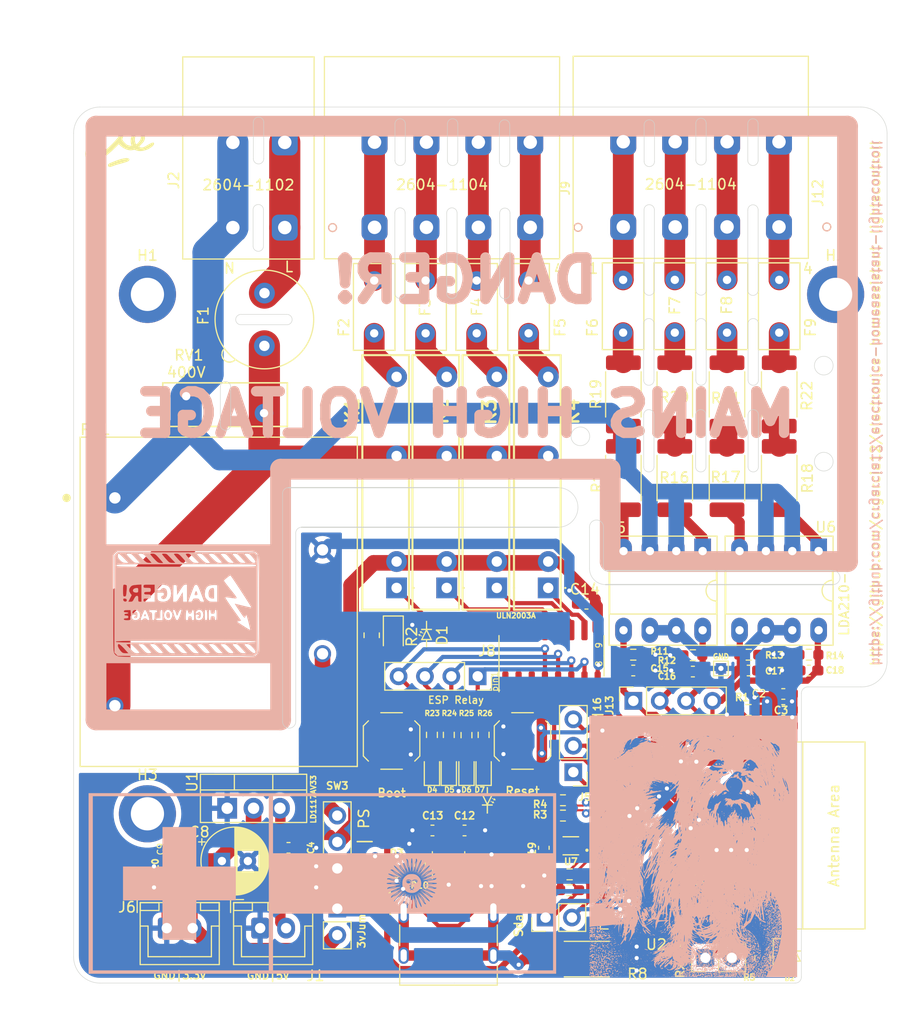
<source format=kicad_pcb>
(kicad_pcb (version 20211014) (generator pcbnew)
  (title_block (title "Home Assistant module for lights control") (date "2023-02-01") (rev "V.20230201.22"))
  (layers (0 "F.Cu" signal) (31 "B.Cu" signal) (34 "B.Paste" user) (35 "F.Paste" user) (36 "B.SilkS" user "B.Silkscreen") (37 "F.SilkS" user "F.Silkscreen") (38 "B.Mask" user) (39 "F.Mask" user) (44 "Edge.Cuts" user))
  (net 0 "")
  (net 1 "220VAC(L)")
  (net 2 "5V+")
  (net 3 "3.3V+")
  (net 4 "Net-(F1-Pad1)")
  (net 5 "Net-(F2-Pad1)")
  (net 6 "Net-(F3-Pad1)")
  (net 7 "Net-(F4-Pad1)")
  (net 8 "Net-(F5-Pad1)")
  (net 9 "Net-(F6-Pad2)")
  (net 10 "Net-(F7-Pad2)")
  (net 11 "Net-(F8-Pad2)")
  (net 12 "Net-(F9-Pad2)")
  (net 13 "Net-(J11-PadA6)")
  (net 14 "EspSens1")
  (net 15 "EspSens2")
  (net 16 "EspSens3")
  (net 17 "EspSens4")
  (net 18 "EspRel1")
  (net 19 "EspRel2")
  (net 20 "EspRel3")
  (net 21 "EspRel4")
  (net 24 "220VAC(N)")
  (net 25 "EN")
  (net 26 "D+")
  (net 27 "D-")
  (net 28 "IO0")
  (net 29 "RXD0")
  (net 30 "TXD0")
  (net 31 "VBUS")
  (net 32 "GND")
  (net 33 "Net-(D1-Pad2)")
  (net 34 "Net-(F2-Pad2)")
  (net 35 "Net-(F3-Pad2)")
  (net 36 "Net-(F4-Pad2)")
  (net 37 "Net-(F7-Pad1)")
  (net 38 "Net-(R17-Pad1)")
  (net 39 "Net-(R17-Pad2)")
  (net 40 "Net-(R18-Pad1)")
  (net 41 "Net-(R18-Pad2)")
  (net 42 "SDA")
  (net 43 "SCL")
  (net 44 "Net-(F8-Pad1)")
  (net 45 "Net-(F9-Pad1)")
  (net 46 "Net-(D2-Pad2)")
  (net 47 "220VAC(N)-LowV")
  (net 48 "GPIO3")
  (net 49 "5V+_PS")
  (net 50 "Net-(F5-Pad2)")
  (net 51 "Net-(F6-Pad1)")
  (net 53 "Net-(C10-Pad1)")
  (net 67 "GPIO16")
  (net 70 "GPIO9")
  (net 71 "Net-(J11-PadA7)")
  (net 73 "Net-(D3-Pad2)")
  (net 74 "Net-(J11-PadA5)")
  (net 76 "Net-(J11-PadB5)")
  (net 77 "/ESP-D+")
  (net 78 "/ESP-D-")
  (net 80 "LED-GPIO")
  (net 82 "Net-(D4-Pad2)")
  (net 83 "Net-(R15-Pad2)")
  (net 84 "Net-(R15-Pad1)")
  (net 85 "Net-(R16-Pad2)")
  (net 86 "Net-(R16-Pad1)")
  (net 93 "Net-(K2-Pad1)")
  (net 94 "Net-(K3-Pad1)")
  (net 95 "Net-(K4-Pad1)")
  (net 96 "Net-(K1-Pad1)")
  (net 97 "Net-(D5-Pad2)")
  (net 98 "Net-(D6-Pad2)")
  (net 99 "Net-(D7-Pad2)")
  (net 100 "Net-(J11-PadS1)")
  (footprint "Connector_PinHeader_2.54mm:PinHeader_1x02_P2.54mm_Vertical" (layer "F.Cu") (at 56.2615 108.3437)
    (fp_text reference "J7" hide)
    (fp_text value "Current Jumper" hide)
  )
  (footprint "Resistor_SMD:R_2512_6332Metric_Pad1.40x3.35mm_HandSolder" (layer "F.Cu") (at 83.8205 58.8411 -90)
    (fp_text reference "R19")
    (fp_text value "150kΩ1w" hide)
  )
  (footprint "Resistor_SMD:R_2512_6332Metric_Pad1.40x3.35mm_HandSolder" (layer "F.Cu") (at 88.7735 58.8411 -90)
    (fp_text reference "R20")
    (fp_text value "150kΩ1w" hide)
  )
  (footprint "Varistor:RV_Disc_D12mm_W4.2mm_P7.5mm" (layer "F.Cu") (at 41.7038 59.01145)
    (fp_text reference "RV1" hide)
    (fp_text value "400V")
  )
  (footprint "Resistor_SMD:R_2512_6332Metric_Pad1.40x3.35mm_HandSolder" (layer "F.Cu") (at 88.7735 66.8929 -90)
    (fp_text reference "R16")
    (fp_text value "150kΩ1w" hide)
  )
  (footprint "Resistor_SMD:R_2512_6332Metric_Pad1.40x3.35mm_HandSolder" (layer "F.Cu") (at 83.8205 66.8929 -90)
    (fp_text reference "R15")
    (fp_text value "150kΩ1w" hide)
  )
  (footprint "LED_SMD:LED_0805_2012Metric_Pad1.15x1.40mm_HandSolder" (layer "F.Cu") (at 61.659 82.033 -90)
    (fp_text reference "D1")
    (fp_text value "LED" hide)
  )
  (footprint "Resistor_SMD:R_0805_2012Metric_Pad1.20x1.40mm_HandSolder" (layer "F.Cu") (at 59.5762 82.026 -90)
    (fp_text reference "R2")
    (fp_text value "100Ω" hide)
  )
  (footprint "Connector_JST:JST_XH_B2B-XH-A_1x02_P2.50mm_Vertical" (layer "F.Cu") (at 48.832 110.219)
    (fp_text reference "J1")
    (fp_text value "GND|5V")
  )
  (footprint "icons:che" (layer "F.Cu") (at 35.2995 34.6185)
    (fp_text reference "G1" hide)
    (fp_text value "LOGO" hide)
  )
  (footprint "icons:led_6000dpi" (layer "F.Cu") (at 64.707 81.915 90)
    (fp_text reference "G4" hide)
    (fp_text value "LOGO" hide)
  )
  (footprint "Capacitor_SMD:C_0603_1608Metric_Pad1.08x0.95mm_HandSolder" (layer "F.Cu") (at 41.275 102.489 180)
    (fp_text reference "C9")
    (fp_text value "100nF" hide)
  )
  (footprint "Capacitor_SMD:C_0805_2012Metric_Pad1.18x1.45mm_HandSolder" (layer "F.Cu") (at 51.816 106.299)
    (fp_text reference "C7")
    (fp_text value "NC")
  )
  (footprint "Capacitor_SMD:C_0603_1608Metric_Pad1.08x0.95mm_HandSolder" (layer "F.Cu") (at 80.264 78.994 180)
    (fp_text reference "C14")
    (fp_text value "100nF" hide)
  )
  (footprint "rac05-05sk:277" (layer "F.Cu") (at 44.8391 78.805)
    (fp_text reference "PS1")
    (fp_text value "RAC05-05SK/277")
  )
  (footprint "Package_TO_SOT_THT:TO-220-3_Vertical" (layer "F.Cu") (at 45.657 98.679)
    (fp_text reference "U1")
    (fp_text value "LD1117AV33")
  )
  (footprint "wago-2604-1104:big_pads_2604-1104" (layer "F.Cu") (at 74.8495 42.7585 180)
    (fp_text reference "J9")
    (fp_text value "2604-1104")
  )
  (footprint "wago-2604-1102:big_pads_2604-1102" (layer "F.Cu") (at 51.2031 42.782099 180)
    (fp_text reference "J2")
    (fp_text value "2604-1102")
  )
  (footprint "wago-2604-1104:big_pads_2604-1104" (layer "F.Cu") (at 98.8095 42.718499 180)
    (fp_text reference "J12")
    (fp_text value "2604-1104")
  )
  (footprint "Fuse:Fuseholder_TR5_Littelfuse_No560_No460" (layer "F.Cu") (at 49.2495 49.0885 -90)
    (fp_text reference "F1")
    (fp_text value "250V500mA")
  )
  (footprint "MountingHole:MountingHole_3.2mm_M3_ISO14580_Pad" (layer "F.Cu") (at 104.2675 49.2125)
    (fp_text reference "H2")
    (fp_text value "MountingHole_Pad" hide)
  )
  (footprint "MountingHole:MountingHole_3.2mm_M3_ISO14580_Pad" (layer "F.Cu") (at 37.9735 49.2125)
    (fp_text reference "H1")
    (fp_text value "MountingHole_Pad" hide)
  )
  (footprint "Package_SO:SOIC-16_3.9x9.9mm_P1.27mm" (layer "F.Cu") (at 76.899 84.009 90)
    (fp_text reference "U3" hide)
    (fp_text value "ULN2003A")
  )
  (footprint "Resistor_SMD:R_2512_6332Metric_Pad1.40x3.35mm_HandSolder" (layer "F.Cu") (at 98.8319 66.8929 -90)
    (fp_text reference "R18")
    (fp_text value "150kΩ1w" hide)
  )
  (footprint "Resistor_SMD:R_2512_6332Metric_Pad1.40x3.35mm_HandSolder" (layer "F.Cu") (at 93.8027 58.8411 -90)
    (fp_text reference "R21")
    (fp_text value "150kΩ1w" hide)
  )
  (footprint "Resistor_SMD:R_2512_6332Metric_Pad1.40x3.35mm_HandSolder" (layer "F.Cu") (at 98.8319 58.8411 -90)
    (fp_text reference "R22")
    (fp_text value "150kΩ1w" hide)
  )
  (footprint "Package_DIP:DIP-8_W7.62mm_Socket_LongPads" (layer "F.Cu") (at 91.454274 73.92332 -90)
    (fp_text reference "U5")
    (fp_text value "LDA210-PDIP")
  )
  (footprint "Package_DIP:DIP-8_W7.62mm_Socket_LongPads" (layer "F.Cu") (at 102.630274 73.92332 -90)
    (fp_text reference "U6")
    (fp_text value "LDA210-PDIP" hide)
  )
  (footprint "Resistor_SMD:R_2512_6332Metric_Pad1.40x3.35mm_HandSolder" (layer "F.Cu") (at 93.8027 66.8929 -90)
    (fp_text reference "R17")
    (fp_text value "150kΩ1w" hide)
  )
  (footprint "Resistor_SMD:R_0603_1608Metric_Pad0.98x0.95mm_HandSolder" (layer "F.Cu") (at 95.8715 89.2175)
    (fp_text reference "R1")
    (fp_text value "10kΩ" hide)
  )
  (footprint "Capacitor_SMD:C_0603_1608Metric_Pad1.08x0.95mm_HandSolder" (layer "F.Cu") (at 99.2245 87.677)
    (fp_text reference "C2")
    (fp_text value "NC" hide)
  )
  (footprint "Capacitor_SMD:C_0603_1608Metric_Pad1.08x0.95mm_HandSolder" (layer "F.Cu") (at 95.859 90.7415 180)
    (fp_text reference "C1")
    (fp_text value "100nF" hide)
  )
  (footprint "Connector_JST:JST_XH_B2B-XH-A_1x02_P2.50mm_Vertical" (layer "F.Cu") (at 39.835 110.219)
    (fp_text reference "J6")
    (fp_text value "GND|3.3V")
  )
  (footprint "Button_Switch_SMD:SW_SPST_SKQG_WithStem" (layer "F.Cu") (at 74.105 92.202 -90)
    (fp_text reference "SW1" hide)
    (fp_text value "Switch" hide)
  )
  (footprint "Button_Switch_SMD:SW_SPST_SKQG_WithStem" (layer "F.Cu") (at 61.4934 92.202 90)
    (fp_text reference "SW2" hide)
    (fp_text value "Switch" hide)
  )
  (footprint "Connector_PinSocket_2.54mm:PinSocket_1x04_P2.54mm_Vertical" (layer "F.Cu") (at 84.783 88.3416 90)
    (fp_text reference "J13")
    (fp_text value "EspSense")
  )
  (footprint "Connector_PinHeader_2.54mm:PinHeader_1x02_P2.54mm_Vertical" (layer "F.Cu") (at 91.72 113.08 90)
    (fp_text reference "J10" hide)
    (fp_text value "Serial" hide)
  )
  (footprint "Capacitor_SMD:C_0603_1608Metric_Pad1.08x0.95mm_HandSolder" (layer "F.Cu") (at 99.214 90.7415)
    (fp_text reference "C5")
    (fp_text value "100nF" hide)
  )
  (footprint "Capacitor_SMD:C_0603_1608Metric_Pad1.08x0.95mm_HandSolder" (layer "F.Cu") (at 76.1565 102.4867 -90)
    (fp_text reference "C19")
    (fp_text value "100nF" hide)
  )
  (footprint "Resistor_SMD:R_0603_1608Metric_Pad0.98x0.95mm_HandSolder" (layer "F.Cu") (at 69.69 104 90)
    (fp_text reference "R9")
    (fp_text value "5.1kΩ" hide)
  )
  (footprint "Capacitor_SMD:C_0603_1608Metric" (layer "F.Cu") (at 65.43 100.82 180)
    (fp_text reference "C13")
    (fp_text value "20p" hide)
  )
  (footprint "Resistor_SMD:R_0603_1608Metric_Pad0.98x0.95mm_HandSolder" (layer "F.Cu") (at 95.9001 83.8962)
    (fp_text reference "R13")
    (fp_text value "10kΩ" hide)
  )
  (footprint "Connector_PinHeader_2.54mm:PinHeader_1x03_P2.54mm_Vertical" (layer "F.Cu") (at 79 95.2 180)
    (fp_text reference "J5")
    (fp_text value "GPIOs")
  )
  (footprint "RST-80-AMMO:FUSE_RST-1-BULK" (layer "F.Cu") (at 88.7735 50.3555 90)
    (fp_text reference "F7")
    (fp_text value "Fuse")
  )
  (footprint "Resistor_SMD:R_0603_1608Metric_Pad0.98x0.95mm_HandSolder" (layer "F.Cu") (at 68.707 91.6403 90)
    (fp_text reference "R25")
    (fp_text value "100Ω" hide)
  )
  (footprint "Resistor_SMD:R_0603_1608Metric_Pad0.98x0.95mm_HandSolder" (layer "F.Cu") (at 70.358 91.616 90)
    (fp_text reference "R26")
    (fp_text value "100Ω")
  )
  (footprint "Resistor_SMD:R_0603_1608Metric_Pad0.98x0.95mm_HandSolder" (layer "F.Cu") (at 84.773 83.8962)
    (fp_text reference "R11")
    (fp_text value "10kΩ" hide)
  )
  (footprint "Resistor_SMD:R_0603_1608Metric" (layer "F.Cu") (at 78 97.91 180)
    (fp_text reference "R4")
    (fp_text value "22Ω" hide)
  )
  (footprint "Resistor_SMD:R_0603_1608Metric" (layer "F.Cu") (at 78 99.385 180)
    (fp_text reference "R3")
    (fp_text value "22Ω" hide)
  )
  (footprint "Espressif:ESP32-S3-WROOM-2" (layer "F.Cu") (at 91.35 101.3 -90)
    (fp_text reference "U2")
    (fp_text value "ESP32-S3-WROOM-2" hide)
  )
  (footprint "LED_SMD:LED_0603_1608Metric" (layer "F.Cu") (at 68.707 94.996 90)
    (fp_text reference "D6")
    (fp_text value "LED" hide)
  )
  (footprint "RST-80-AMMO:FUSE_RST-1-BULK" (layer "F.Cu") (at 98.8319 50.3555 90)
    (fp_text reference "F9")
    (fp_text value "Fuse")
  )
  (footprint "Connector_PinHeader_2.54mm:PinHeader_1x02_P2.54mm_Vertical" (layer "F.Cu") (at 76.325 109.2 90)
    (fp_text reference "J3" hide)
    (fp_text value "Ì2C" hide)
  )
  (footprint "TestPoint:TestPoint_THTPad_1.0x1.0mm_Drill0.5mm" (layer "F.Cu") (at 93.218 85.217)
    (fp_text reference "TP1" hide)
    (fp_text value "GND")
  )
  (footprint "LED_SMD:LED_0805_2012Metric_Pad1.15x1.40mm_HandSolder" (layer "F.Cu") (at 99.21 113.09 -90)
    (fp_text reference "D2")
    (fp_text value "LED")
  )
  (footprint "Diode_SMD:D_SOD-323" (layer "F.Cu") (at 61.05 104.5)
    (fp_text reference "D3")
    (fp_text value "BAT60A" hide)
  )
  (footprint "RST-80-AMMO:FUSE_RST-1-BULK" (layer "F.Cu") (at 74.69 50.419 90)
    (fp_text reference "F5")
    (fp_text value "Fuse")
  )
  (footprint "Capacitor_SMD:C_0805_2012Metric_Pad1.18x1.45mm_HandSolder" (layer "F.Cu") (at 41.021 104.267 180)
    (fp_text reference "C10")
    (fp_text value "NC")
  )
  (footprint "Connector_USB:USB_C_Receptacle_HRO_TYPE-C-31-M-12" (layer "F.Cu") (at 66.976 111.8059)
    (fp_text reference "J11")
    (fp_text value "USB_C_Receptacle_USB2.0")
  )
  (footprint "Resistor_SMD:R_0603_1608Metric_Pad0.98x0.95mm_HandSolder" (layer "F.Cu") (at 101.6913 83.8962)
    (fp_text reference "R14")
    (fp_text value "10kΩ" hide)
  )
  (footprint "Connector_PinHeader_2.54mm:PinHeader_1x03_P2.54mm_Vertical" (layer "F.Cu") (at 56.2615 104.4702 180)
    (fp_text reference "SW3")
    (fp_text value "USB | PS")
  )
  (footprint "Capacitor_SMD:C_0603_1608Metric_Pad1.08x0.95mm_HandSolder" (layer "F.Cu") (at 95.8971 85.4202)
    (fp_text reference "C17")
    (fp_text value "22uF")
  )
  (footprint "LED_SMD:LED_0603_1608Metric" (layer "F.Cu") (at 65.3796 94.996 90)
    (fp_text reference "D4")
    (fp_text value "LED" hide)
  )
  (footprint "Capacitor_SMD:C_0603_1608Metric_Pad1.08x0.95mm_HandSolder" (layer "F.Cu") (at 90.5145 85.5218)
    (fp_text reference "C16")
    (fp_text value "22uF")
  )
  (footprint "Capacitor_SMD:C_0603_1608Metric_Pad1.08x0.95mm_HandSolder" (layer "F.Cu") (at 51.562 102.489)
    (fp_text reference "C4")
    (fp_text value "100nF" hide)
  )
  (footprint "RST-80-AMMO:FUSE_RST-1-BULK" (layer "F.Cu") (at 93.8027 50.3555 90)
    (fp_text reference "F8")
    (fp_text value "Fuse")
  )
  (footprint "icons:led_6000dpi" (layer "F.Cu") (at 100.25 112.87 90)
    (fp_text reference "G2" hide)
    (fp_text value "LOGO" hide)
  )
  (footprint "Resistor_SMD:R_0603_1608Metric_Pad0.98x0.95mm_HandSolder" (layer "F.Cu") (at 65.3796 91.6159 90)
    (fp_text reference "R23")
    (fp_text value "100Ω" hide)
  )
  (footprint "Capacitor_SMD:C_0603_1608Metric_Pad1.08x0.95mm_HandSolder" (layer "F.Cu") (at 101.6883 85.4202 180)
    (fp_text reference "C18")
    (fp_text value "22uF")
  )
  (footprint "Resistor_SMD:R_0603_1608Metric_Pad0.98x0.95mm_HandSolder" (layer "F.Cu") (at 67.0052 91.6178 90)
    (fp_text reference "R24")
    (fp_text value "100Ω" hide)
  )
  (footprint "AQG12205:AQG12205" (layer "F.Cu") (at 61.976 77.47 90)
    (fp_text reference "K1")
    (fp_text value "AQG12205" hide)
  )
  (footprint "AQG12205:AQG12205" (layer "F.Cu") (at 66.802 77.47 90)
    (fp_text reference "K2")
    (fp_text value "AQG12205" hide)
  )
  (footprint "RST-80-AMMO:FUSE_RST-1-BULK" (layer "F.Cu") (at 64.77 50.419 90)
    (fp_text reference "F3")
    (fp_text value "Fuse")
  )
  (footprint "AQG12205:AQG12205" (layer "F.Cu") (at 76.581 77.47 90)
    (fp_text reference "K4")
    (fp_text value "AQG12205" hide)
  )
  (footprint "Resistor_SMD:R_2512_6332Metric_Pad1.40x3.35mm_HandSolder" (layer "F.Cu") (at 80.3 113.2)
    (fp_text reference "R8")
    (fp_text value "150kΩ1w" hide)
  )
  (footprint "sht40:XDCR_SHT40-AD1B-R2" (layer "F.Cu") (at 78.76 102.2936 180)
    (fp_text reference "U7")
    (fp_text value "SHT4x" hide)
  )
  (footprint "Package_TO_SOT_SMD:SOT-23-6" (layer "F.Cu") (at 66.98 103.66 90)
    (fp_text reference "U4")
    (fp_text value "USBLC6-2SC6" hide)
  )
  (footprint "AQG12205:AQG12205" (layer "F.Cu") (at 71.628 77.47 90)
    (fp_text reference "K3")
    (fp_text value "AQG12205" hide)
  )
  (footprint "Capacitor_SMD:C_0603_1608Metric" (layer "F.Cu") (at 68.52 100.82)
    (fp_text reference "C12")
    (fp_text value "20p" hide)
  )
  (footprint "Resistor_SMD:R_0603_1608Metric_Pad0.98x0.95mm_HandSolder" (layer "F.Cu") (at 78.6416 105.0426)
    (fp_text reference "R7")
    (fp_text value "10kΩ" hide)
  )
  (footprint "Capacitor_SMD:C_0805_2012Metric_Pad1.18x1.45mm_HandSolder" (layer "F.Cu") (at 41.021 106.299 180)
    (fp_text reference "C11")
    (fp_text value "NC")
  )
  (footprint "Capacitor_THT:CP_Radial_D6.3mm_P2.50mm" (layer "F.Cu") (at 45.149 103.759)
    (fp_text reference "C8")
    (fp_text value "10uF" hide)
  )
  (footprint "RST-80-AMMO:FUSE_RST-1-BULK" (layer "F.Cu") (at 83.7951 50.3555 90)
    (fp_text reference "F6")
    (fp_text value "Fuse")
  )
  (footprint "LED_SMD:LED_0603_1608Metric" (layer "F.Cu") (at 70.358 94.996 90)
    (fp_text reference "D7")
    (fp_text value "LED")
  )
  (footprint "Capacitor_SMD:C_0603_1608Metric_Pad1.08x0.95mm_HandSolder" (layer "F.Cu") (at 99.2245 89.2175)
    (fp_text reference "C3")
    (fp_text value "22uF" hide)
  )
  (footprint "Capacitor_SMD:C_0805_2012Metric_Pad1.18x1.45mm_HandSolder" (layer "F.Cu") (at 51.816 104.267)
    (fp_text reference "C6")
    (fp_text value "NC")
  )
  (footprint "icons:led_6000dpi" (layer "F.Cu") (at 70.866 97.917 -90)
    (fp_text reference "G2" hide)
    (fp_text value "LOGO" hide)
  )
  (footprint "Resistor_SMD:R_0603_1608Metric_Pad0.98x0.95mm_HandSolder" (layer "F.Cu") (at 90.5134 83.947)
    (fp_text reference "R12")
    (fp_text value "10kΩ" hide)
  )
  (footprint "Resistor_SMD:R_0603_1608Metric_Pad0.98x0.95mm_HandSolder" (layer "F.Cu") (at 78.6416 106.5666)
    (fp_text reference "R6")
    (fp_text value "10kΩ" hide)
  )
  (footprint "RST-80-AMMO:FUSE_RST-1-BULK" (layer "F.Cu") (at 59.817 50.419 90)
    (fp_text reference "F2")
    (fp_text value "Fuse")
  )
  (footprint "Resistor_SMD:R_0805_2012Metric_Pad1.20x1.40mm_HandSolder" (layer "F.Cu") (at 97.22 113.09 90)
    (fp_text reference "R5")
    (fp_text value "100Ω")
  )
  (footprint "Resistor_SMD:R_0603_1608Metric_Pad0.98x0.95mm_HandSolder" (layer "F.Cu") (at 64.21 104 90)
    (fp_text reference "R10")
    (fp_text value "5.1kΩ" hide)
  )
  (footprint "Connector_PinSocket_2.54mm:PinSocket_1x04_P2.54mm_Vertical" (layer "F.Cu") (at 69.787 85.979 -90)
    (fp_text reference "J8")
    (fp_text value "EspRelays" hide)
  )
  (footprint "MountingHole:MountingHole_3.2mm_M3_ISO14580_Pad" (layer "F.Cu") (at 37.9735 99.2125)
    (fp_text reference "H3")
    (fp_text value "MountingHole_Pad")
  )
  (footprint "Capacitor_SMD:C_0603_1608Metric_Pad1.08x0.95mm_HandSolder" (layer "F.Cu") (at 84.7719 85.4202)
    (fp_text reference "C15")
    (fp_text value "22uF")
  )
  (footprint "RST-80-AMMO:FUSE_RST-1-BULK" (layer "F.Cu") (at 69.69 50.419 90)
    (fp_text reference "F4")
    (fp_text value "Fuse")
  )
  (footprint "LED_SMD:LED_0603_1608Metric" (layer "F.Cu") (at 67.0052 94.996 90)
    (fp_text reference "D5")
    (fp_text value "LED" hide)
  )
  (footprint "icons:danger1_negative" (layer "B.Cu") (at 41.72 78.994 180)
    (fp_text reference "G3" hide)
    (fp_text value "LOGO" hide)
  )
  (footprint "icons:flags" (layer "B.Cu") (at 54.8264 105.918 180)
    (fp_text reference "G6")
    (fp_text value "LOGO" hide)
  )
  (footprint "icons:depsi" (layer "B.Cu") (at 90.55 102.334164 180)
    (fp_text reference "G5")
    (fp_text value "LOGO" hide)
  )
  (footprint "NetTie:NetTie-2_SMD_Pad2.0mm" (layer "B.Cu") (at 84.0745 64.008 -90)
    (fp_text reference "NT1" hide)
    (fp_text value "NetTie_2")
  )
  (gr_line (start 105.41 74.93) (end 82.55 74.93) (layer "B.SilkS") (width 2))
  (gr_line (start 33.02 90.17) (end 33.02 33.02) (layer "B.SilkS") (width 2))
  (gr_line (start 105.41 33.02) (end 105.41 74.93) (layer "B.SilkS") (width 2))
  (gr_line (start 50.8 66.04) (end 50.8 90.17) (layer "B.SilkS") (width 2))
  (gr_line (start 82.55 74.93) (end 82.55 66.04) (layer "B.SilkS") (width 2))
  (gr_line (start 50.8 90.17) (end 33.02 90.17) (layer "B.SilkS") (width 2))
  (gr_line (start 82.55 66.04) (end 50.8 66.04) (layer "B.SilkS") (width 2))
  (gr_line (start 33.02 33.02) (end 105.41 33.02) (layer "B.SilkS") (width 2))
  (gr_line (start 109.22 84.563949) (end 109.2205 33.7185) (layer "Edge.Cuts") (width 0.05))
  (gr_line (start 67.5395 115.5085) (end 33.4015 115.5085) (layer "Edge.Cuts") (width 0.05))
  (gr_circle (center 103.1245 56.0705) (end 104.0245 56.0705) (layer "Edge.Cuts") (width 0.05) (fill none))
  (gr_line (start 77.5395 71.628) (end 52.8198 71.628) (layer "Edge.Cuts") (width 0.1))
  (gr_line (start 106.6805 31.1785) (end 33.4015 31.1785) (layer "Edge.Cuts") (width 0.05))
  (gr_line (start 51.5498 67.818) (end 77.5395 67.818) (layer "Edge.Cuts") (width 0.1))
  (gr_line (start 30.8615 112.9665) (end 30.8615 33.7185) (layer "Edge.Cuts") (width 0.05))
  (gr_arc (start 77.5395 67.818) (mid 79.4445 69.723) (end 77.5395 71.628) (layer "Edge.Cuts") (width 0.05))
  (gr_arc (start 33.4015 115.5085) (mid 31.605327 114.763259) (end 30.8615 112.9665) (layer "Edge.Cuts") (width 0.05))
  (gr_line (start 100.3935 115.5065) (end 67.5395 115.5085) (layer "Edge.Cuts") (width 0.05))
  (gr_arc (start 106.6805 31.1785) (mid 108.476551 31.922449) (end 109.2205 33.7185) (layer "Edge.Cuts") (width 0.05))
  (gr_line (start 91.79905 57.46455) (end 91.79905 52.03485) (layer "Edge.Cuts") (width 0.05))
  (gr_line (start 95.8034 32.8041) (end 95.8034 36.3125) (layer "Edge.Cuts") (width 0.05))
  (gr_circle (center 79.6803 62.8777) (end 80.5803 62.8777) (layer "Edge.Cuts") (width 0.05) (fill none))
  (gr_line (start 66.80475 41.3793) (end 66.80475 49.10675) (layer "Edge.Cuts") (width 0.05))
  (gr_line (start 61.8182 32.8041) (end 61.8182 36.3125) (layer "Edge.Cuts") (width 0.05))
  (gr_arc (start 82.103 77.14912) (mid 81.011142 76.696858) (end 80.55888 75.605) (layer "Edge.Cuts") (width 0.05))
  (gr_arc (start 86.8177 36.4141) (mid 86.31945 36.91235) (end 85.8212 36.4141) (layer "Edge.Cuts") (width 0.05))
  (gr_line (start 85.77335 52.03485) (end 85.77335 57.46455) (layer "Edge.Cuts") (width 0.05))
  (gr_arc (start 85.8212 32.9057) (mid 86.31945 32.40745) (end 86.8177 32.9057) (layer "Edge.Cuts") (width 0.05))
  (gr_line (start 48.153 41.0591) (end 48.153 44.5675) (layer "Edge.Cuts") (width 0.05))
  (gr_line (start 86.76985 57.46455) (end 86.76985 52.03485) (layer "Edge.Cuts") (width 0.05))
  (gr_arc (start 86.76985 65.805) (mid 86.2716 66.30325) (end 85.77335 65.805) (layer "Edge.Cuts") (width 0.05))
  (gr_arc (start 67.8693 36.3125) (mid 67.37105 36.81075) (end 66.8728 36.3125) (layer "Edge.Cuts") (width 0.05))
  (gr_arc (start 96.80285 48.8149) (mid 96.3046 49.31315) (end 95.80635 48.8149) (layer "Edge.Cuts") (width 0.05))
  (gr_arc (start 66.80475 41.3793) (mid 67.303 40.88105) (end 67.80125 41.3793) (layer "Edge.Cuts") (width 0.05))
  (gr_arc (start 50.991 68.3768) (mid 51.154669 67.981669) (end 51.5498 67.818) (layer "Edge.Cuts") (width 0.05))
  (gr_circle (center 103.1245 65.3161) (end 104.0245 65.3161) (layer "Edge.Cuts") (width 0.05) (fill none))
  (gr_line (start 96.82825 57.46455) (end 96.82825 52.03485) (layer "Edge.Cuts") (width 0.05))
  (gr_arc (start 91.79905 57.46455) (mid 91.3008 57.9628) (end 90.80255 57.46455) (layer "Edge.Cuts") (width 0.05))
  (gr_arc (start 66.8728 32.8041) (mid 67.37105 32.30585) (end 67.8693 32.8041) (layer "Edge.Cuts") (width 0.05))
  (gr_arc (start 96.7999 36.3125) (mid 96.30165 36.81075) (end 95.8034 36.3125) (layer "Edge.Cuts") (width 0.05))
  (gr_line (start 51.415375 51.139375) (end 46.983625 51.139375) (layer "Edge.Cuts") (width 0.05))
  (gr_arc (start 85.77335 52.03485) (mid 86.2716 51.5366) (end 86.76985 52.03485) (layer "Edge.Cuts") (width 0.05))
  (gr_line (start 95.80635 41.08745) (end 95.80635 48.8149) (layer "Edge.Cuts") (width 0.05))
  (gr_line (start 96.80285 48.8149) (end 96.80285 41.08745) (layer "Edge.Cuts") (width 0.05))
  (gr_line (start 71.8766 32.9057) (end 71.8766 36.4141) (layer "Edge.Cuts") (width 0.05))
  (gr_line (start 82.103 75.80292) (end 104.001874 75.80292) (layer "Edge.Cuts") (width 0.1))
  (gr_arc (start 80.55888 71.605) (mid 81.231981 70.931924) (end 81.905081 71.605) (layer "Edge.Cuts") (width 0.05))
  (gr_line (start 90.77715 60.805) (end 90.77715 65.805) (layer "Edge.Cuts") (width 0.05))
  (gr_arc (start 100.965 87.63) (mid 101.150987 87.180987) (end 101.6 86.995) (layer "Edge.Cuts") (width 0.05))
  (gr_arc (start 52.261 72.1868) (mid 52.424639 71.791639) (end 52.8198 71.628) (layer "Edge.Cuts") (width 0.05))
  (gr_arc (start 95.83175 52.03485) (mid 96.33 51.5366) (end 96.82825 52.03485) (layer "Edge.Cuts") (width 0.05))
  (gr_line (start 50.991 68.3768) (end 50.991 90.3478) (layer "Edge.Cuts") (width 0.05))
  (gr_arc (start 71.90475 41.405) (mid 72.403 40.90675) (end 72.90125 41.405) (layer "Edge.Cuts") (width 0.05))
  (gr_line (start 85.8095 41.0757) (end 85.8095 48.80315) (layer "Edge.Cuts") (width 0.05))
  (gr_arc (start 62.80125 49.10675) (mid 62.303 49.605) (end 61.80475 49.10675) (layer "Edge.Cuts") (width 0.05))
  (gr_line (start 71.90475 41.405) (end 71.90475 49.13245) (layer "Edge.Cuts") (width 0.05))
  (gr_arc (start 49.176 36.1569) (mid 48.67775 36.65515) (end 48.1795 36.1569) (layer "Edge.Cuts") (width 0.05))
  (gr_arc (start 62.8147 36.3125) (mid 62.31645 36.81075) (end 61.8182 36.3125) (layer "Edge.Cuts") (width 0.05))
  (gr_line (start 91.7961 36.2617) (end 91.7961 32.7533) (layer "Edge.Cuts") (width 0.05))
  (gr_line (start 96.82825 65.805) (end 96.82825 60.805) (layer "Edge.Cuts") (width 0.05))
  (gr_line (start 85.77335 60.805) (end 85.77335 65.805) (layer "Edge.Cuts") (width 0.05))
  (gr_arc (start 95.80635 41.08745) (mid 96.3046 40.5892) (end 96.80285 41.08745) (layer "Edge.Cuts") (width 0.05))
  (gr_line (start 85.8212 32.9057) (end 85.8212 36.4141) (layer "Edge.Cuts") (width 0.05))
  (gr_line (start 95.83175 60.805) (end 95.83175 65.805) (layer "Edge.Cuts") (width 0.05))
  (gr_arc (start 45.9931 61.78375) (mid 45.49485 62.282) (end 44.9966 61.78375) (layer "Edge.Cuts") (width 0.05))
  (gr_line (start 104.001874 77.14912) (end 82.103 77.14912) (layer "Edge.Cuts") (width 0.1))
  (gr_line (start 91.79905 48.7895) (end 91.79905 41.06205) (layer "Edge.Cuts") (width 0.05))
  (gr_arc (start 86.806 48.80315) (mid 86.30775 49.3014) (end 85.8095 48.80315) (layer "Edge.Cuts") (width 0.05))
  (gr_arc (start 100.965 114.935) (mid 100.797612 115.339112) (end 100.3935 115.5065) (layer "Edge.Cuts") (width 0.05))
  (gr_arc (start 48.1795 32.6485) (mid 48.67775 32.15025) (end 49.176 32.6485) (layer "Edge.Cuts") (width 0.05))
  (gr_line (start 100.965 87.63) (end 100.965 114.935) (layer "Edge.Cuts") (width 0.05))
  (gr_arc (start 67.80125 49.10675) (mid 67.303 49.605) (end 66.80475 49.10675) (layer "Edge.Cuts") (width 0.05))
  (gr_line (start 49.176 36.1569) (end 49.176 32.6485) (layer "Edge.Cuts") (width 0.05))
  (gr_arc (start 51.415375 51.139375) (mid 51.913625 51.6376) (end 51.415375 52.135875) (layer "Edge.Cuts") (width 0.05))
  (gr_line (start 49.1495 44.5675) (end 49.1495 41.0591) (layer "Edge.Cuts") (width 0.05))
  (gr_line (start 86.806 48.80315) (end 86.806 41.0757) (layer "Edge.Cuts") (width 0.05))
  (gr_arc (start 48.153 41.0591) (mid 48.65125 40.56085) (end 49.1495 41.0591) (layer "Edge.Cuts") (width 0.05))
  (gr_arc (start 49.1495 44.5675) (mid 48.65125 45.06575) (end 48.153 44.5675) (layer "Edge.Cuts") (width 0.05))
  (gr_line (start 72.8731 36.4141) (end 72.8731 32.9057) (layer "Edge.Cuts") (width 0.05))
  (gr_line (start 66.8728 32.8041) (end 66.8728 36.3125) (layer "Edge.Cuts") (width 0.05))
  (gr_line (start 90.80255 52.03485) (end 90.80255 57.46455) (layer "Edge.Cuts") (width 0.05))
  (gr_arc (start 71.8766 32.9057) (mid 72.37485 32.40745) (end 72.8731 32.9057) (layer "Edge.Cuts") (width 0.05))
  (gr_arc (start 86.76985 57.46455) (mid 86.2716 57.9628) (end 85.77335 57.46455) (layer "Edge.Cuts") (width 0.05))
  (gr_arc (start 30.8615 33.7185) (mid 31.605449 31.922449) (end 33.4015 31.1785) (layer "Edge.Cuts") (width 0.05))
  (gr_arc (start 46.983625 52.135875) (mid 46.485325 51.6376) (end 46.983625 51.139375) (layer "Edge.Cuts") (width 0.05))
  (gr_arc (start 109.22 84.563949) (mid 108.469162 86.321903) (end 106.68 86.995) (layer "Edge.Cuts") (width 0.05))
  (gr_line (start 44.9966 58.10425) (end 44.9966 61.78375) (layer "Edge.Cuts") (width 0.05))
  (gr_line (start 90.80255 41.06205) (end 90.80255 48.7895) (layer "Edge.Cuts") (width 0.05))
  (gr_line (start 67.8693 36.3125) (end 67.8693 32.8041) (layer "Edge.Cuts") (width 0.05))
  (gr_arc (start 61.80475 41.3793) (mid 62.303 40.88105) (end 62.80125 41.3793) (layer "Edge.Cuts") (width 0.05))
  (gr_arc (start 90.80255 52.03485) (mid 91.3008 51.5366) (end 91.79905 52.03485) (layer "Edge.Cuts") (width 0.05))
  (gr_arc (start 91.7961 36.2617) (mid 91.29785 36.75995) (end 90.7996 36.2617) (layer "Edge.Cuts") (width 0.05))
  (gr_arc (start 90.7996 32.7533) (mid 91.29785 32.25505) (end 91.7961 32.7533) (layer "Edge.Cuts") (width 0.05))
  (gr_arc (start 52.261 90.3478) (mid 51.626 90.967378) (end 50.991 90.3478) (layer "Edge.Cuts") (width 0.05))
  (gr_arc (start 95.83175 60.805) (mid 96.33 60.30675) (end 96.82825 60.805) (layer "Edge.Cuts") (width 0.05))
  (gr_arc (start 96.82825 57.46455) (mid 96.33 57.9628) (end 95.83175 57.46455) (layer "Edge.Cuts") (width 0.05))
  (gr_arc (start 91.79905 48.7895) (mid 91.3008 49.28775) (end 90.80255 48.7895) (layer "Edge.Cuts") (width 0.05))
  (gr_arc (start 82.103 75.802919) (mid 81.96305 75.74495) (end 81.905081 75.605) (layer "Edge.Cuts") (width 0.05))
  (gr_arc (start 91.77365 65.805) (mid 91.2754 66.30325) (end 90.77715 65.805) (layer "Edge.Cuts") (width 0.05))
  (gr_line (start 96.7999 36.3125) (end 96.7999 32.8041) (layer "Edge.Cuts") (width 0.05))
  (gr_arc (start 90.80255 41.06205) (mid 91.3008 40.5638) (end 91.79905 41.06205) (layer "Edge.Cuts") (width 0.05))
  (gr_arc (start 61.8182 32.8041) (mid 62.31645 32.30585) (end 62.8147 32.8041) (layer "Edge.Cuts") (width 0.05))
  (gr_line (start 62.8147 36.3125) (end 62.8147 32.8041) (layer "Edge.Cuts") (width 0.05))
  (gr_line (start 48.1795 32.6485) (end 48.1795 36.1569) (layer "Edge.Cuts") (width 0.05))
  (gr_arc (start 72.90125 49.13245) (mid 72.403 49.6307) (end 71.90475 49.13245) (layer "Edge.Cuts") (width 0.05))
  (gr_line (start 95.83175 52.03485) (end 95.83175 57.46455) (layer "Edge.Cuts") (width 0.05))
  (gr_line (start 101.6 86.995) (end 106.68 86.995) (layer "Edge.Cuts") (width 0.05))
  (gr_line (start 86.76985 65.805) (end 86.76985 60.805) (layer "Edge.Cuts") (width 0.05))
  (gr_line (start 80.55888 75.605) (end 80.55888 71.605) (layer "Edge.Cuts") (width 0.05))
  (gr_arc (start 44.9966 58.10425) (mid 45.49485 57.606) (end 45.9931 58.10425) (layer "Edge.Cuts") (width 0.05))
  (gr_line (start 62.80125 49.10675) (end 62.80125 41.3793) (layer "Edge.Cuts") (width 0.05))
  (gr_arc (start 104.001874 75.80292) (mid 104.67498 76.476) (end 104.001874 77.14912) (layer "Edge.Cuts") (width 0.05))
  (gr_line (start 81.905081 71.605) (end 81.905081 75.605) (layer "Edge.Cuts") (width 0.05))
  (gr_arc (start 85.77335 60.805) (mid 86.2716 60.30675) (end 86.76985 60.805) (layer "Edge.Cuts") (width 0.05))
  (gr_arc (start 90.77715 60.805) (mid 91.2754 60.30675) (end 91.77365 60.805) (layer "Edge.Cuts") (width 0.05))
  (gr_arc (start 95.8034 32.8041) (mid 96.30165 32.30585) (end 96.7999 32.8041) (layer "Edge.Cuts") (width 0.05))
  (gr_arc (start 72.8731 36.4141) (mid 72.37485 36.91235) (end 71.8766 36.4141) (layer "Edge.Cuts") (width 0.05))
  (gr_line (start 45.9931 61.78375) (end 45.9931 58.10425) (layer "Edge.Cuts") (width 0.05))
  (gr_line (start 90.7996 32.7533) (end 90.7996 36.2617) (layer "Edge.Cuts") (width 0.05))
  (gr_line (start 91.77365 65.805) (end 91.77365 60.805) (layer "Edge.Cuts") (width 0.05))
  (gr_line (start 86.8177 36.4141) (end 86.8177 32.9057) (layer "Edge.Cuts") (width 0.05))
  (gr_line (start 67.80125 49.10675) (end 67.80125 41.3793) (layer "Edge.Cuts") (width 0.05))
  (gr_line (start 52.261 90.3478) (end 52.261 72.1868) (layer "Edge.Cuts") (width 0.05))
  (gr_line (start 46.983625 52.135875) (end 51.415375 52.135875) (layer "Edge.Cuts") (width 0.05))
  (gr_line (start 61.80475 41.3793) (end 61.80475 49.10675) (layer "Edge.Cuts") (width 0.05))
  (gr_arc (start 85.8095 41.0757) (mid 86.30775 40.57745) (end 86.806 41.0757) (layer "Edge.Cuts") (width 0.05))
  (gr_line (start 72.90125 49.13245) (end 72.90125 41.405) (layer "Edge.Cuts") (width 0.05))
  (gr_arc (start 96.82825 65.805) (mid 96.33 66.30325) (end 95.83175 65.805) (layer "Edge.Cuts") (width 0.05))
  (gr_text "DANGER!\n\nMAINS HIGH VOLTAGE" (at 68.63 54.3) (layer "B.SilkS") (effects (font (size 4 4) (thickness 1)) (justify mirror)))
  (gr_text "https://github.com/crgarcia12/electronics-homeassistant-lightscontroll" (at 108.22 59.65 -90) (layer "B.SilkS") (effects (font (size 0.9 0.9)) (justify mirror)))
  (gr_text "4" (at 101.5895 46.7485) (layer "F.SilkS") (effects (font (size 1 1))))
  (gr_text "1" (at 80.9095 46.7185) (layer "F.SilkS") (effects (font (size 1 1))))
  (gr_text "V.20230201.22" (at 32.8935 45.6565 90) (layer "F.SilkS") (effects (font (size 1 1))))
  (gr_text "N" (at 46.503 46.705) (layer "F.SilkS") (effects (font (size 1 1)) (justify right)))
  (gr_text "L" (at 51.0995 46.5685) (layer "F.SilkS") (effects (font (size 1 1)) (justify left)))
  (gr_text "ESP Relay" (at 67.691 88.265) (layer "F.SilkS") (effects (font (size 0.7 0.7) (thickness 0.125))))
  (gr_text "4" (at 77.597 46.863) (layer "F.SilkS") (effects (font (size 1 1))))
  (gr_text "1" (at 57.15 46.736) (layer "F.SilkS") (effects (font (size 1 1))))
  (gr_text "JLCJLCJLCJLC" (at 94.1 105.6) (layer "F.SilkS") (effects (font (size 0.8 0.8) (thickness 0.2))))
  (gr_text "https://github.com/crgarcia12/electronics-homeassistant-lightscontroll" (at 108.1 59.69 90) (layer "F.SilkS") (effects (font (size 0.9 0.9))))
  (segment (start 34.8391 88.805) (end 34.8391 79.5757) (width 3) (layer "F.Cu") (net 1))
  (segment (start 49.2038 65.211) (end 49.2038 63.3638) (width 3) (layer "F.Cu") (net 1))
  (segment (start 49.6448 64.77) (end 76.581 64.77) (width 2) (layer "F.Cu") (net 1))
  (segment (start 49.2038 63.3638) (end 49.2395 63.3281) (width 3) (layer "F.Cu") (net 1))
  (segment (start 49.2395 63.3281) (end 49.2395 54.1685) (width 3) (layer "F.Cu") (net 1))
  (segment (start 34.8391 79.5757) (end 49.2038 65.211) (width 3) (layer "F.Cu") (net 1))
  (segment (start 49.2038 65.211) (end 49.6448 64.77) (width 1.5) (layer "F.Cu") (net 1))
  (segment (start 50.7785 104.267) (end 50.7785 109.6655) (width 1) (layer "F.Cu") (net 2))
  (segment (start 59.754 75.057) (end 61.976 75.057) (width 1.5) (layer "F.Cu") (net 2))
  (segment (start 57.881 83.026) (end 57.595 83.312) (width 1) (layer "F.Cu") (net 2))
  (segment (start 57.595 77.216) (end 59.754 75.057) (width 1.5) (layer "F.Cu") (net 2))
  (segment (start 50.7785 101.2405) (end 55.5718 101.2405) (width 1) (layer "F.Cu") (net 2))
  (segment (start 50.7785 104.267) (end 50.7785 101.2405) (width 1) (layer "F.Cu") (net 2))
  (segment (start 81.344 79.2115) (end 81.1265 78.994) (width 1) (layer "F.Cu") (net 2))
  (segment (start 55.5718 101.2405) (end 56.2615 101.9302) (width 1) (layer "F.Cu") (net 2))
  (segment (start 58.061011 97.062211) (end 57.595 96.5962) (width 1.5) (layer "F.Cu") (net 2))
  (segment (start 81.344 81.534) (end 81.344 79.2115) (width 1) (layer "F.Cu") (net 2))
  (segment (start 61.976 75.057) (end 76.581 75.057) (width 1.5) (layer "F.Cu") (net 2))
  (segment (start 50.7785 109.6655) (end 51.332 110.219) (width 1) (layer "F.Cu") (net 2))
  (segment (start 81.1265 78.994) (end 81.1265 78.541122) (width 1) (layer "F.Cu") (net 2))
  (segment (start 58.061011 100.135583) (end 58.061011 97.062211) (width 1.5) (layer "F.Cu") (net 2))
  (segment (start 57.349797 100.846797) (end 58.061011 100.135583) (width 1.5) (layer "F.Cu") (net 2))
  (segment (start 81.1265 78.541122) (end 77.515378 74.93) (width 1) (layer "F.Cu") (net 2))
  (segment (start 56.2615 101.9302) (end 57.344903 100.846797) (width 1.5) (layer "F.Cu") (net 2))
  (segment (start 50.7785 98.7205) (end 50.737 98.679) (width 1) (layer "F.Cu") (net 2))
  (segment (start 57.595 83.312) (end 57.595 77.216) (width 1.5) (layer "F.Cu") (net 2))
  (segment (start 50.7785 101.2405) (end 50.7785 98.7205) (width 1) (layer "F.Cu") (net 2))
  (segment (start 59.5762 83.026) (end 57.881 83.026) (width 1) (layer "F.Cu") (net 2))
  (segment (start 57.595 96.5962) (end 57.595 83.312) (width 1.5) (layer "F.Cu") (net 2))
  (segment (start 57.344903 100.846797) (end 57.349797 100.846797) (width 1.5) (layer "F.Cu") (net 2))
  (segment (start 77.515378 74.93) (end 76.581 74.93) (width 1) (layer "F.Cu") (net 2))
  (segment (start 76.2 105.156) (end 77.6157 105.156) (width 0.6) (layer "F.Cu") (net 3))
  (segment (start 74.168 106.172) (end 74.039603 106.043603) (width 0.6) (layer "F.Cu") (net 3))
  (segment (start 96.457 88.011) (end 98.028 88.011) (width 1) (layer "F.Cu") (net 3))
  (segment (start 96.784 89.2175) (end 98.362 89.2175) (width 1) (layer "F.Cu") (net 3))
  (segment (start 76.4215 101.8892) (end 76.1565 101.6242) (width 0.25) (layer "F.Cu") (net 3))
  (segment (start 77.7291 105.0426) (end 77.7291 105.6291) (width 0.6) (layer "F.Cu") (net 3))
  (segment (start 74.039603 102.487603) (end 74.903007 101.6242) (width 0.6) (layer "F.Cu") (net 3))
  (segment (start 77.6965 101.8892) (end 76.4215 101.8892) (width 0.25) (layer "F.Cu") (net 3))
  (segment (start 98.028 88.011) (end 98.362 87.677) (width 1) (layer "F.Cu") (net 3))
  (segment (start 77.6157 105.156) (end 77.7291 105.0426) (width 0.6) (layer "F.Cu") (net 3))
  (segment (start 97.663 88.376) (end 98.362 87.677) (width 1) (layer "F.Cu") (net 3))
  (segment (start 98.362 87.677) (end 98.362 92.528) (width 1) (layer "F.Cu") (net 3))
  (segment (start 76.2 105.156) (end 74.168 105.156) (width 0.6) (layer "F.Cu") (net 3))
  (segment (start 74.039603 106.043603) (end 74.039603 102.487603) (width 0.6) (layer "F.Cu") (net 3))
  (segment (start 98.362 92.528) (end 98.34 92.55) (width 1) (layer "F.Cu") (net 3))
  (segment (start 97.663 88.392) (end 97.663 88.376) (width 1) (layer "F.Cu") (net 3))
  (segment (start 76.1565 101.6242) (end 74.903007 101.6242) (width 0.6) (layer "F.Cu") (net 3))
  (segment (start 77.7291 105.6291) (end 77.7291 106.5666) (width 0.6) (layer "F.Cu") (net 3))
  (via (at 74.168 106.172) (size 0.8) (drill 0.4) (layers "F.Cu" "B.Cu") (net 3))
  (via (at 96.457 88.011) (size 0.8) (drill 0.4) (layers "F.Cu" "B.Cu") (net 3))
  (via (at 97.663 88.392) (size 0.8) (drill 0.4) (layers "F.Cu" "B.Cu") (net 3))
  (via (at 76.2 105.156) (size 0.8) (drill 0.4) (layers "F.Cu" "B.Cu") (net 3))
  (segment (start 86.374274 81.54332) (end 88.933633 81.54332) (width 1) (layer "B.Cu") (net 3))
  (segment (start 71.69251 110.88) (end 73.361255 109.211255) (width 1.5) (layer "B.Cu") (net 3))
  (segment (start 73.361255 106.738745) (end 74.9 105.2) (width 1.5) (layer "B.Cu") (net 3))
  (segment (start 88.933633 81.54332) (end 90.956313 83.566) (width 1) (layer "B.Cu") (net 3))
  (segment (start 62.25949 110.88) (end 71.69251 110.88) (width 1.5) (layer "B.Cu") (net 3))
  (segment (start 95.527594 83.566) (end 95.527594 87.081594) (width 1) (layer "B.Cu") (net 3))
  (segment (start 74.9 105.2) (end 82.76 105.2) (width 1.5) (layer "B.Cu") (net 3))
  (segment (start 97.663 90.297) (end 96.435 91.525) (width 1) (layer "B.Cu") (net 3))
  (segment (start 96.457 88.011) (end 96.457 91.503) (width 1) (layer "B.Cu") (net 3))
  (segment (start 100.090274 81.54332) (end 97.550274 81.54332) (width 1) (layer "B.Cu") (net 3))
  (segment (start 82.76 105.2) (end 84.13 103.83) (width 1.5) (layer "B.Cu") (net 3))
  (segment (start 95.527594 83.566) (end 97.550274 81.54332) (width 1) (layer "B.Cu") (net 3))
  (segment (start 56.2615 108.3437) (end 59.72319 108.3437) (width 1.5) (layer "B.Cu") (net 3))
  (segment (start 73.361255 109.211255) (end 73.361255 106.738745) (width 1.5) (layer "B.Cu") (net 3))
  (segment (start 96.457 91.503) (end 96.435 91.525) (width 1) (layer "B.Cu") (net 3))
  (segment (start 90.956313 83.566) (end 95.527594 83.566) (width 1) (layer "B.Cu") (net 3))
  (segment (start 59.72319 108.3437) (end 62.25949 110.88) (width 1.5) (layer "B.Cu") (net 3))
  (segment (start 95.527594 87.081594) (end 96.457 88.011) (width 1) (layer "B.Cu") (net 3))
  (segment (start 97.663 88.392) (end 97.663 90.297) (width 1) (layer "B.Cu") (net 3))
  (segment (start 84.13 103.83) (end 96.435 91.525) (width 1.5) (layer "B.Cu") (net 3))
  (segment (start 51.2031 47.1349) (end 49.2495 49.0885) (width 3) (layer "F.Cu") (net 4))
  (segment (start 51.2031 42.782099) (end 51.2031 47.1349) (width 3) (layer "F.Cu") (net 4))
  (segment (start 51.2031 34.5821) (end 51.2031 42.782099) (width 3) (layer "F.Cu") (net 4))
  (segment (start 59.817 52.959) (end 59.817 54.991) (width 2) (layer "F.Cu") (net 5))
  (segment (start 59.817 54.991) (end 61.976 57.15) (width 2) (layer "F.Cu") (net 5))
  (segment (start 64.77 54.737) (end 64.77 52.959) (width 2) (layer "F.Cu") (net 6))
  (segment (start 66.802 57.15) (end 66.802 56.769) (width 2) (layer "F.Cu") (net 6))
  (segment (start 66.802 56.769) (end 64.77 54.737) (width 2) (layer "F.Cu") (net 6))
  (segment (start 69.69 54.707932) (end 69.69 52.959) (width 2) (layer "F.Cu") (net 7))
  (segment (start 71.628 56.645932) (end 69.69 54.707932) (width 2) (layer "F.Cu") (net 7))
  (segment (start 71.628 57.15) (end 71.628 56.645932) (width 2) (layer "F.Cu") (net 7))
  (segment (start 76.581 56.769) (end 74.69 54.878) (width 2) (layer "F.Cu") (net 8))
  (segment (start 76.581 57.15) (end 76.581 56.769) (width 2) (layer "F.Cu") (net 8))
  (segment (start 74.69 54.878) (end 74.69 52.959) (width 2) (layer "F.Cu") (net 8))
  (segment (start 83.8095 34.5185) (end 83.8095 42.718499) (width 2) (layer "F.Cu") (net 9))
  (segment (start 83.8095 47.8011) (end 83.7951 47.8155) (width 2) (layer "F.Cu") (net 9))
  (segment (start 83.8095 42.718499) (end 83.8095 47.8011) (width 2) (layer "F.Cu") (net 9))
  (segment (start 88.8095 42.718499) (end 88.8095 34.5185) (width 2) (layer "F.Cu") (net 10))
  (segment (start 88.7735 42.754499) (end 88.8095 42.718499) (width 2) (layer "F.Cu") (net 10))
  (segment (start 88.7735 47.8155) (end 88.7735 42.754499) (width 2) (layer "F.Cu") (net 10))
  (segment (start 93.8095 47.8087) (end 93.8027 47.8155) (width 2) (layer "F.Cu") (net 11))
  (segment (start 93.8095 34.5185) (end 93.8095 42.718499) (width 2) (layer "F.Cu") (net 11))
  (segment (start 93.8095 42.718499) (end 93.8095 47.8087) (width 2) (layer "F.Cu") (net 11))
  (segment (start 98.8095 42.718499) (end 98.8095 47.7931) (width 2) (layer "F.Cu") (net 12))
  (segment (start 98.8095 47.7931) (end 98.8319 47.8155) (width 2) (layer "F.Cu") (net 12))
  (segment (start 98.8095 42.718499) (end 98.8095 34.5185) (width 2) (layer "F.Cu") (net 12))
  (segment (start 66.726 107.7609) (end 66.726 106.7859) (width 0.2) (layer "F.Cu") (net 13))
  (segment (start 67.726 105.0015) (end 67.93 104.7975) (width 0.2) (layer "F.Cu") (net 13))
  (segment (start 67.726 107.7609) (end 67.726 105.0015) (width 0.2) (layer "F.Cu") (net 13))
  (segment (start 66.776 106.7359) (end 67.7079 106.7359) (width 0.2) (layer "F.Cu") (net 13))
  (segment (start 67.7079 106.7359) (end 67.726 106.754) (width 0.2) (layer "F.Cu") (net 13))
  (segment (start 66.726 106.7859) (end 66.776 106.7359) (width 0.2) (layer "F.Cu") (net 13))
  (segment (start 86.964983 89.591111) (end 86.032511 89.591111) (width 0.4) (layer "F.Cu") (net 14))
  (segment (start 83.834274 87.392874) (end 84.783 88.3416) (width 0.6) (layer "F.Cu") (net 14))
  (segment (start 90.0308 90.678) (end 88.051872 90.678) (width 0.4) (layer "F.Cu") (net 14))
  (segment (start 90.7166 91.3638) (end 90.0308 90.678) (width 0.4) (layer "F.Cu") (net 14))
  (segment (start 88.051872 90.678) (end 86.964983 89.591111) (width 0.4) (layer "F.Cu") (net 14))
  (segment (start 83.834274 81.54332) (end 83.834274 87.392874) (width 0.6) (layer "F.Cu") (net 14))
  (segment (start 86.032511 89.591111) (end 84.783 88.3416) (width 0.4) (layer "F.Cu") (net 14))
  (segment (start 90.7166 92.7534) (end 90.7166 91.3638) (width 0.4) (layer "F.Cu") (net 14))
  (segment (start 91.377 85.5218) (end 90.2086 86.6902) (width 0.6) (layer "F.Cu") (net 15))
  (segment (start 91.454274 85.444526) (end 91.377 85.5218) (width 0.6) (layer "F.Cu") (net 15))
  (segment (start 91.454274 81.54332) (end 91.454274 85.444526) (width 0.6) (layer "F.Cu") (net 15))
  (segment (start 88.9744 86.6902) (end 87.323 88.3416) (width 0.6) (layer "F.Cu") (net 15))
  (segment (start 90.2086 86.6902) (end 88.9744 86.6902) (width 0.6) (layer "F.Cu") (net 15))
  (segment (start 90.52348 90.07848) (end 91.9485 91.5035) (width 0.4) (layer "F.Cu") (net 15))
  (segment (start 90.52348 90.07848) (end 89.05988 90.07848) (width 0.4) (layer "F.Cu") (net 15))
  (segment (start 87.323 88.3416) (end 89.05988 90.07848) (width 0.4) (layer "F.Cu") (net 15))
  (segment (start 91.9485 92.7915) (end 91.9485 91.5035) (width 0.4) (layer "F.Cu") (net 15))
  (segment (start 93.2408 91.7194) (end 93.2566 91.7194) (width 0.4) (layer "F.Cu") (net 16))
  (segment (start 89.863 88.3416) (end 91.362 86.8426) (width 0.6) (layer "F.Cu") (net 16))
  (segment (start 93.2566 91.7194) (end 93.2566 92.7534) (width 0.4) (layer "F.Cu") (net 16))
  (segment (start 91.362 86.8426) (end 93.6122 86.8426) (width 0.6) (layer "F.Cu") (net 16))
  (segment (start 95.0346 81.567646) (end 95.010274 81.54332) (width 0.6) (layer "F.Cu") (net 16))
  (segment (start 95.0346 85.4202) (end 95.0346 81.567646) (width 0.6) (layer "F.Cu") (net 16))
  (segment (start 89.863 88.3416) (end 93.2408 91.7194) (width 0.4) (layer "F.Cu") (net 16))
  (segment (start 93.6122 86.8426) (end 95.0346 85.4202) (width 0.6) (layer "F.Cu") (net 16))
  (segment (start 95.190772 86.39472) (end 101.52548 86.39472) (width 0.6) (layer "F.Cu") (net 17))
  (segment (start 101.52548 86.39472) (end 102.5508 85.3694) (width 0.6) (layer "F.Cu") (net 17))
  (segment (start 92.403 88.3416) (end 93.243892 88.3416) (width 0.6) (layer "F.Cu") (net 17))
  (segment (start 93.254361 90.438422) (end 94.53 91.714061) (width 0.4) (layer "F.Cu") (net 17))
  (segment (start 92.901 90.438422) (end 92.901 90.424) (width 0.4) (layer "F.Cu") (net 17))
  (segment (start 92.901 90.424) (end 92.403 89.926) (width 0.4) (layer "F.Cu") (net 17))
  (segment (start 92.403 89.926) (end 92.403 88.3416) (width 0.4) (layer "F.Cu") (net 17))
  (segment (start 93.243892 88.3416) (end 95.190772 86.39472) (width 0.6) (layer "F.Cu") (net 17))
  (segment (start 92.901 90.438422) (end 93.254361 90.438422) (width 0.4) (layer "F.Cu") (net 17))
  (segment (start 102.5508 81.622794) (end 102.630274 81.54332) (width 0.6) (layer "F.Cu") (net 17))
  (segment (start 94.53 91.714061) (end 94.53 92.55) (width 0.4) (layer "F.Cu") (net 17))
  (segment (start 102.5508 85.3694) (end 102.5508 81.622794) (width 0.6) (layer "F.Cu") (net 17))
  (segment (start 65.3796 88.7476) (end 65.3796 90.7034) (width 0.4) (layer "F.Cu") (net 18))
  (segment (start 77.153 93.147) (end 77.153 88.050978) (width 0.4) (layer "F.Cu") (net 18))
  (segment (start 76.264 87.161978) (end 76.264 86.484) (width 0.4) (layer "F.Cu") (net 18))
  (segment (start 80.047 93.947) (end 77.953 93.947) (width 0.4) (layer "F.Cu") (net 18))
  (segment (start 81.12 95.585) (end 80.6 95.065) (width 0.4) (layer "F.Cu") (net 18))
  (segment (start 77.153 88.050978) (end 76.264 87.161978) (width 0.4) (layer "F.Cu") (net 18))
  (segment (start 62.167 85.979) (end 63.691 87.503) (width 0.4) (layer "F.Cu") (net 18))
  (segment (start 76.264 83.312) (end 76.264 86.484) (width 0.4) (layer "F.Cu") (net 18))
  (segment (start 80.6 95.065) (end 80.6 94.5) (width 0.4) (layer "F.Cu") (net 18))
  (segment (start 81.85 95.585) (end 81.12 95.585) (width 0.4) (layer "F.Cu") (net 18))
  (segment (start 77.953 93.947) (end 77.153 93.147) (width 0.4) (layer "F.Cu") (net 18))
  (segment (start 63.691 87.503) (end 64.135 87.503) (width 0.4) (layer "F.Cu") (net 18))
  (segment (start 64.135 87.503) (end 65.3796 88.7476) (width 0.4) (layer "F.Cu") (net 18))
  (segment (start 80.6 94.5) (end 80.047 93.947) (width 0.4) (layer "F.Cu") (net 18))
  (via (at 76.264 83.312) (size 0.8) (drill 0.4) (layers "F.Cu" "B.Cu") (net 18))
  (segment (start 62.167 85.827) (end 64.615551 83.378449) (width 0.4) (layer "B.Cu") (net 18))
  (segment (start 64.615551 83.378449) (end 76.197551 83.378449) (width 0.4) (layer "B.Cu") (net 18))
  (segment (start 76.197551 83.378449) (end 76.264 83.312) (width 0.4) (layer "B.Cu") (net 18))
  (segment (start 64.707 85.979) (end 64.707 86.805) (width 0.4) (layer "F.Cu") (net 19))
  (segment (start 81.388655 90.4) (end 78.944329 87.955673) (width 0.4) (layer "F.Cu") (net 19))
  (segment (start 85.5985 92.7915) (end 85.5985 91.812478) (width 0.4) (layer "F.Cu") (net 19))
  (segment (start 67.0052 89.1032) (end 67.0052 90.7053) (width 0.4) (layer "F.Cu") (net 19))
  (segment (start 64.707 86.805) (end 67.0052 89.1032) (width 0.4) (layer "F.Cu") (net 19))
  (segment (start 85.178011 91.391989) (end 83.291989 91.391989) (width 0.4) (layer "F.Cu") (net 19))
  (segment (start 82.3 90.4) (end 81.388655 90.4) (width 0.4) (layer "F.Cu") (net 19))
  (segment (start 77.534 83.82) (end 77.534 86.484) (width 0.4) (layer "F.Cu") (net 19))
  (segment (start 78.944329 87.955673) (end 78.522856 87.955673) (width 0.4) (layer "F.Cu") (net 19))
  (segment (start 85.5985 91.812478) (end 85.178011 91.391989) (width 0.4) (layer "F.Cu") (net 19))
  (segment (start 77.534 86.966817) (end 77.534 86.484) (width 0.4) (layer "F.Cu") (net 19))
  (segment (start 83.291989 91.391989) (end 82.3 90.4) (width 0.4) (layer "F.Cu") (net 19))
  (segment (start 78.522856 87.955673) (end 77.534 86.966817) (width 0.4) (layer "F.Cu") (net 19))
  (via (at 77.534 83.82) (size 0.8) (drill 0.4) (layers "F.Cu" "B.Cu") (net 19))
  (segment (start 66.422489 84.111511) (end 64.707 85.827) (width 0.4) (layer "B.Cu") (net 19))
  (segment (start 77.534 83.82) (end 77.242489 84.111511) (width 0.4) (layer "B.Cu") (net 19))
  (segment (start 77.242489 84.111511) (end 66.422489 84.111511) (width 0.4) (layer "B.Cu") (net 19))
  (segment (start 82.6 89.8) (end 83.592469 90.792469) (width 0.4) (layer "F.Cu") (net 20))
  (segment (start 78.804 86.484) (end 78.804 86.966817) (width 0.4) (layer "F.Cu") (net 20))
  (segment (start 86.8685 91.812478) (end 86.8685 92.7915) (width 0.4) (layer "F.Cu") (net 20))
  (segment (start 67.247 85.979) (end 67.247 87.567) (width 0.4) (layer "F.Cu") (net 20))
  (segment (start 85.848491 90.792469) (end 86.8685 91.812478) (width 0.4) (layer "F.Cu") (net 20))
  (segment (start 67.247 87.567) (end 68.707 89.027) (width 0.4) (layer "F.Cu") (net 20))
  (segment (start 68.707 89.027) (end 68.707 90.7278) (width 0.4) (layer "F.Cu") (net 20))
  (segment (start 83.592469 90.792469) (end 85.848491 90.792469) (width 0.4) (layer "F.Cu") (net 20))
  (segment (start 78.804 86.966817) (end 81.637183 89.8) (width 0.4) (layer "F.Cu") (net 20))
  (segment (start 78.804 84.455) (end 78.804 86.484) (width 0.4) (layer "F.Cu") (net 20))
  (segment (start 81.637183 89.8) (end 82.6 89.8) (width 0.4) (layer "F.Cu") (net 20))
  (via (at 78.804 84.455) (size 0.8) (drill 0.4) (layers "F.Cu" "B.Cu") (net 20))
  (segment (start 78.804 84.455) (end 78.547969 84.711031) (width 0.4) (layer "B.Cu") (net 20))
  (segment (start 68.362969 84.711031) (end 67.247 85.827) (width 0.4) (layer "B.Cu") (net 20))
  (segment (start 78.547969 84.711031) (end 68.362969 84.711031) (width 0.4) (layer "B.Cu") (net 20))
  (segment (start 80.074 84.582) (end 80.074 86.484) (width 0.4) (layer "F.Cu") (net 21))
  (segment (start 82.8925 89.1925) (end 83.892949 90.192949) (width 0.4) (layer "F.Cu") (net 21))
  (segment (start 86.518971 90.192949) (end 88.1385 91.812478) (width 0.4) (layer "F.Cu") (net 21))
  (segment (start 81.878211 89.1925) (end 82.8925 89.1925) (width 0.4) (layer "F.Cu") (net 21))
  (segment (start 80.074 87.388289) (end 81.878211 89.1925) (width 0.4) (layer "F.Cu") (net 21))
  (segment (start 83.892949 90.192949) (end 86.518971 90.192949) (width 0.4) (layer "F.Cu") (net 21))
  (segment (start 80.074 86.484) (end 80.074 87.388289) (width 0.4) (layer "F.Cu") (net 21))
  (segment (start 70.358 90.7035) (end 70.358 88.264) (width 0.4) (layer "F.Cu") (net 21))
  (segment (start 70.358 88.264) (end 69.787 87.693) (width 0.4) (layer "F.Cu") (net 21))
  (segment (start 69.787 85.979) (end 69.787 87.693) (width 0.4) (layer "F.Cu") (net 21))
  (segment (start 88.1385 91.812478) (end 88.1385 92.7915) (width 0.4) (layer "F.Cu") (net 21))
  (via (at 80.074 84.582) (size 0.8) (drill 0.4) (layers "F.Cu" "B.Cu") (net 21))
  (segment (start 71.785551 85.310551) (end 70.455449 85.310551) (width 0.4) (layer "B.Cu") (net 21))
  (segment (start 79.345449 85.310551) (end 71.785551 85.310551) (width 0.4) (layer "B.Cu") (net 21))
  (segment (start 80.074 84.582) (end 79.345449 85.310551) (width 0.4) (layer "B.Cu") (net 21))
  (segment (start 70.455449 85.310551) (end 69.787 85.979) (width 0.4) (layer "B.Cu") (net 21))
  (segment (start 46.2031 34.5821) (end 46.2031 38.8239) (width 3) (layer "B.Cu") (net 24))
  (segment (start 41.7038 59.01145) (end 41.7038 61.9403) (width 3) (layer "B.Cu") (net 24))
  (segment (start 43.815 56.90025) (end 41.7038 59.01145) (width 3) (layer "B.Cu") (net 24))
  (segment (start 43.815 45.170199) (end 43.815 56.90025) (width 3) (layer "B.Cu") (net 24))
  (segment (start 38.61405 65.03005) (end 34.8391 68.805) (width 3) (layer "B.Cu") (net 24))
  (segment (start 53.086 65.151) (end 44.9145 65.151) (width 2) (layer "B.Cu") (net 24))
  (segment (start 46.2031 42.782099) (end 43.815 45.170199) (width 3) (layer "B.Cu") (net 24))
  (segment (start 41.7038 61.9403) (end 38.61405 65.03005) (width 3) (layer "B.Cu") (net 24))
  (segment (start 59.398454 60.649511) (end 82.557511 60.649511) (width 2) (layer "B.Cu") (net 24))
  (segment (start 46.2031 38.8239) (end 46.2031 42.782099) (width 3) (layer "B.Cu") (net 24))
  (segment (start 59.398454 60.649511) (end 57.587489 60.649511) (width 2) (layer "B.Cu") (net 24))
  (segment (start 44.9145 65.151) (end 41.7038 61.9403) (width 2) (layer "B.Cu") (net 24))
  (segment (start 82.557511 60.649511) (end 84.0745 62.1665) (width 2) (layer "B.Cu") (net 24))
  (segment (start 57.587489 60.649511) (end 53.086 65.151) (width 2) (layer "B.Cu") (net 24))
  (segment (start 96.7215 91.133) (end 97.0285 91.44) (width 0.4) (layer "F.Cu") (net 25))
  (segment (start 97.0285 92.7915) (end 97.0285 93.7495) (width 0.6) (layer "F.Cu") (net 25))
  (segment (start 75.9695 95.105) (end 75.9695 93.2283) (width 1) (layer "F.Cu") (net 25))
  (segment (start 96.5205 90.7415) (end 94.9965 89.2175) (width 0.4) (layer "F.Cu") (net 25))
  (segment (start 96.486989 94.291011) (end 90.941011 94.291011) (width 0.6) (layer "F.Cu") (net 25))
  (segment (start 90.941011 94.291011) (end 90.85 94.2) (width 0.6) (layer "F.Cu") (net 25))
  (segment (start 96.7215 90.7415) (end 96.7215 91.133) (width 0.4) (layer "F.Cu") (net 25))
  (segment (start 97.0285 91.44) (end 97.0285 92.7915) (width 0.4) (layer "F.Cu") (net 25))
  (segment (start 97.0285 93.7495) (end 96.486989 94.291011) (width 0.6) (layer "F.Cu") (net 25))
  (segment (start 75.9695 93.2283) (end 75.9695 90.3835) (width 1) (layer "F.Cu") (net 25))
  (segment (start 75.9695 88.905) (end 75.9695 90.3835) (width 1) (layer "F.Cu") (net 25))
  (via (at 90.85 94.2) (size 0.8) (drill 0.4) (layers "F.Cu" "B.Cu") (net 25))
  (via (at 75.883 90.932) (size 0.8) (drill 0.4) (layers "F.Cu" "B.Cu") (net 25))
  (via (at 75.9695 93.3958) (size 0.8) (drill 0.4) (layers "F.Cu" "B.Cu") (net 25))
  (segment (start 75.9695 93.3958) (end 75.9695 91.7815) (width 0.4) (layer "B.Cu") (net 25))
  (segment (start 75.883 90.932) (end 76.351 91.4) (width 0.4) (layer "B.Cu") (net 25))
  (segment (start 87.05 90.4) (end 90.85 94.2) (width 0.4) (layer "B.Cu") (net 25))
  (segment (start 80.03 91.37) (end 81 90.4) (width 0.4) (layer "B.Cu") (net 25))
  (segment (start 81 90.4) (end 87.05 90.4) (width 0.4) (layer "B.Cu") (net 25))
  (segment (start 76.321 91.37) (end 80.03 91.37) (width 0.4) (layer "B.Cu") (net 25))
  (segment (start 75.9695 91.7815) (end 76.351 91.4) (width 0.4) (layer "B.Cu") (net 25))
  (segment (start 75.883 90.932) (end 76.321 91.37) (width 0.4) (layer "B.Cu") (net 25))
  (segment (start 68.788896 98.872501) (end 67.745 99.916397) (width 0.2) (layer "F.Cu") (net 26))
  (segment (start 75.572501 99.428562) (end 75.572501 99.172501) (width 0.2) (layer "F.Cu") (net 26))
  (segment (start 76.662501 98.872501) (end 76.472501 98.872501) (width 0.2) (layer "F.Cu") (net 26))
  (segment (start 76.172501 99.172501) (end 76.172501 99.428562) (width 0.2) (layer "F.Cu") (net 26))
  (segment (start 73.611711 98.872501) (end 68.788896 98.872501) (width 0.2) (layer "F.Cu") (net 26))
  (segment (start 77.175 99.385) (end 76.662501 98.872501) (width 0.2) (layer "F.Cu") (net 26))
  (segment (start 75.272501 98.872501) (end 73.611711 98.872501) (width 0.2) (layer "F.Cu") (net 26))
  (segment (start 67.745 99.916397) (end 67.745 100.82) (width 0.2) (layer "F.Cu") (net 26))
  (segment (start 67.93 102.5225) (end 67.93 101.005) (width 0.2) (layer "F.Cu") (net 26))
  (segment (start 67.93 101.005) (end 67.745 100.82) (width 0.2) (layer "F.Cu") (net 26))
  (arc (start 76.472501 98.872501) (mid 76.260369 98.960369) (end 76.172501 99.172501) (width 0.2) (layer "F.Cu") (net 26))
  (arc (start 76.172501 99.428562) (mid 76.084633 99.640694) (end 75.872501 99.728562) (width 0.2) (layer "F.Cu") (net 26))
  (arc (start 75.572501 99.172501) (mid 75.484633 98.960369) (end 75.272501 98.872501) (width 0.2) (layer "F.Cu") (net 26))
  (arc (start 75.872501 99.728562) (mid 75.660369 99.640694) (end 75.572501 99.428562) (width 0.2) (layer "F.Cu") (net 26))
  (segment (start 68.602501 98.422499) (end 76.662501 98.422499) (width 0.2) (layer "F.Cu") (net 27))
  (segment (start 66.03 100.995) (end 66.205 100.82) (width 0.2) (layer "F.Cu") (net 27))
  (segment (start 66.03 102.5225) (end 66.03 100.995) (width 0.2) (layer "F.Cu") (net 27))
  (segment (start 76.662501 98.422499) (end 77.175 97.91) (width 0.2) (layer "F.Cu") (net 27))
  (segment (start 66.205 100.82) (end 68.602501 98.422499) (width 0.2) (layer "F.Cu") (net 27))
  (segment (start 82.125 111.025) (end 74.995 111.025) (width 0.6) (layer "F.Cu") (net 28))
  (segment (start 83.1 110.05) (end 82.125 111.025) (width 0.6) (layer "F.Cu") (net 28))
  (segment (start 59.6434 89.102) (end 59.6434 95.302) (width 1) (layer "F.Cu") (net 28))
  (segment (start 61.076 98.2346) (end 59.6434 96.802) (width 0.6) (layer "F.Cu") (net 28))
  (segment (start 71.86 114.16) (end 62.245886 114.16) (width 0.6) (layer "F.Cu") (net 28))
  (segment (start 61.076 103.3162) (end 61.076 112.990114) (width 0.6) (layer "F.Cu") (net 28))
  (segment (start 74.995 111.025) (end 71.86 114.16) (width 0.6) (layer "F.Cu") (net 28))
  (segment (start 61.076 103.3162) (end 61.076 98.2346) (width 0.6) (layer "F.Cu") (net 28))
  (segment (start 59.6434 96.802) (end 59.6434 95.302) (width 0.6) (layer "F.Cu") (net 28))
  (segment (start 61.076 112.990114) (end 62.245886 114.16) (width 0.6) (layer "F.Cu") (net 28))
  (segment (start 92.23 113.08) (end 91.72 113.08) (width 0.4) (layer "F.Cu") (net 29))
  (segment (start 94.53 110.05) (end 94.53 110.78) (width 0.4) (layer "F.Cu") (net 29))
  (segment (start 94.53 110.78) (end 92.23 113.08) (width 0.4) (layer "F.Cu") (net 29))
  (segment (start 95.8 111.54) (end 95.8 110.05) (width 0.4) (layer "F.Cu") (net 30))
  (segment (start 94.26 113.08) (end 95.8 111.54) (width 0.4) (layer "F.Cu") (net 30))
  (segment (start 62.5 103.3) (end 62 103.3) (width 0.4) (layer "F.Cu") (net 31))
  (segment (start 56.2913 104.5) (end 56.2615 104.4702) (width 0.6) (layer "F.Cu") (net 31))
  (segment (start 60 104.5) (end 60 103.4) (width 0.6) (layer "F.Cu") (net 31))
  (segment (start 60 104.5) (end 56.2913 104.5) (width 0.6) (layer "F.Cu") (net 31))
  (segment (start 66.98 102.5225) (end 66.98 103.02) (width 0.4) (layer "F.Cu") (net 31))
  (segment (start 63.2 104) (end 62.5 103.3) (width 0.4) (layer "F.Cu") (net 31))
  (segment (start 65.1 103.7) (end 64.8 104) (width 0.4) (layer "F.Cu") (net 31))
  (segment (start 64.8 104) (end 63.2 104) (width 0.4) (layer "F.Cu") (net 31))
  (segment (start 66.3 103.7) (end 65.1 103.7) (width 0.4) (layer "F.Cu") (net 31))
  (segment (start 60 103.4) (end 59.9 103.3) (width 0.6) (layer "F.Cu") (net 31))
  (segment (start 66.98 103.02) (end 66.3 103.7) (width 0.4) (layer "F.Cu") (net 31))
  (via (at 59.9 103.3) (size 0.8) (drill 0.4) (layers "F.Cu" "B.Cu") (net 31))
  (via (at 62 103.3) (size 0.8) (drill 0.4) (layers "F.Cu" "B.Cu") (net 31))
  (segment (start 62 103.3) (end 59.9 103.3) (width 0.4) (layer "B.Cu") (net 31))
  (segment (start 52.4245 102.489) (end 54.229 102.489) (width 1) (layer "F.Cu") (net 32))
  (segment (start 91.24 99.94) (end 91.1 99.8) (width 1) (layer "F.Cu") (net 32))
  (segment (start 70.48 100.82) (end 70.5 100.8) (width 0.4) (layer "F.Cu") (net 32))
  (segment (start 81.344 86.484) (end 81.344 84.963) (width 0.4) (layer "F.Cu") (net 32))
  (segment (start 97.9048 85.4202) (end 97.981 85.344) (width 0.6) (layer "F.Cu") (net 32))
  (segment (start 95.76 101.44) (end 95.76 98.44) (width 0.4) (layer "F.Cu") (net 32))
  (segment (start 93.79 89.662) (end 94.8695 90.7415) (width 0.6) (layer "F.Cu") (net 32))
  (segment (start 64.655 100.82) (end 63.52 100.82) (width 0.4) (layer "F.Cu") (net 32))
  (segment (start 71.0835 103.0875) (end 71.12 103.124) (width 0.6) (layer "F.Cu") (net 32))
  (segment (start 69.295 100.82) (end 70.48 100.82) (width 0.4) (layer "F.Cu") (net 32))
  (segment (start 94.26 102.64) (end 94.2 102.7) (width 1) (layer "F.Cu") (net 32))
  (segment (start 96.8634 83.8454) (end 96.8126 83.8962) (width 0.6) (layer "F.Cu") (net 32))
  (segment (start 94.26 98.44) (end 94.26 101.44) (width 0.4) (layer "F.Cu") (net 32))
  (segment (start 85.6855 83.8962) (end 89.5501 83.8962) (width 0.6) (layer "F.Cu") (net 32))
  (segment (start 84.55 112) (end 83.35 113.2) (width 1) (layer "F.Cu") (net 32))
  (segment (start 100.087 90.731) (end 100.0765 90.7415) (width 1) (layer "F.Cu") (net 32))
  (segment (start 99.61 110.05) (end 99.61 111.665) (width 0.4) (layer "F.Cu") (net 32))
  (segment (start 75.6073 102.8) (end 76.1565 103.3492) (width 0.6) (layer "F.Cu") (net 32))
  (segment (start 100.0765 92.0835) (end 99.61 92.55) (width 1) (layer "F.Cu") (net 32))
  (segment (start 69.69 103.0875) (end 70.1405 103.0875) (width 0.6) (layer "F.Cu") (net 32))
  (segment (start 88.074 96.774) (end 91.1 99.8) (width 1) (layer "F.Cu") (net 32))
  (segment (start 65.3796 95.758) (end 67.945 95.758) (width 1) (layer "F.Cu") (net 32))
  (segment (start 92.76 101.44) (end 92.76 102.66) (width 1) (layer "F.Cu") (net 32))
  (segment (start 99.1202 85.4202) (end 99.1 85.4) (width 0.6) (layer "F.Cu") (net 32))
  (segment (start 63.3434 89.102) (end 63.3434 91.0886) (width 1) (layer "F.Cu") (net 32))
  (segment (start 92.76 102.66) (end 92.8 102.7) (width 1) (layer "F.Cu") (net 32))
  (segment (start 88.5322 85.5218) (end 88.4306 85.4202) (width 0.6) (layer "F.Cu") (net 32))
  (segment (start 100.087 87.677) (end 100.087 90.731) (width 1) (layer "F.Cu") (net 32))
  (segment (start 66.98 104.7975) (end 66.98 106.020402) (width 0.4) (layer "F.Cu") (net 32))
  (segment (start 70.1405 103.0875) (end 71.0835 103.0875) (width 0.6) (layer "F.Cu") (net 32))
  (segment (start 99.61 111.665) (end 99.21 112.065) (width 0.4) (layer "F.Cu") (net 32))
  (segment (start 70.226 106.294) (end 70.104 106.172) (width 0.6) (layer "F.Cu") (net 32))
  (segment (start 95.76 102.64) (end 95.7 102.7) (width 1) (layer "F.Cu") (net 32))
  (segment (start 85.1 113.1) (end 83.45 113.1) (width 1) (layer "F.Cu") (net 32))
  (segment (start 79.4015 78.5125) (end 78.613 77.724) (width 1) (layer "F.Cu") (net 32))
  (segment (start 88.011 96.774) (end 88.074 96.774) (width 1) (layer "F.Cu") (net 32))
  (segment (start 70.104 106.172) (end 71.12 106.172) (width 0.6) (layer "F.Cu") (net 32))
  (segment (start 85.1 114.3) (end 84.45 114.3) (width 1) (layer "F.Cu") (net 32))
  (segment (start 76.1565 103.3492) (end 76.8057 102.7) (width 0.25) (layer "F.Cu") (net 32))
  (segment (start 62.6 106.44) (end 62.6 106.288) (width 0.4) (layer "F.Cu") (net 32))
  (segment (start 63.726 107.566) (end 62.6 106.44) (width 0.4) (layer "F.Cu") (net 32))
  (segment (start 70.226 107.7609) (end 70.226 106.294) (width 0.6) (layer "F.Cu") (net 32))
  (segment (start 100.0765 90.7415) (end 100.0765 92.0835) (width 1) (layer "F.Cu") (net 32))
  (segment (start 72.2695 95.2875) (end 72.255 95.302) (width 1) (layer "F.Cu") (net 32))
  (segment (start 94.26 101.44) (end 94.26 102.64) (width 1) (layer "F.Cu") (net 32))
  (segment (start 72.2695 92.2463) (end 72.2695 93.4655) (width 1) (layer "F.Cu") (net 32))
  (segment (start 92.76 99.94) (end 91.24 99.94) (width 1) (layer "F.Cu") (net 32))
  (segment (start 89.5501 83.8962) (end 89.6009 83.947) (width 0.6) (layer "F.Cu") (net 32))
  (segment (start 95.76 98.44) (end 95.76 97.14) (width 1) (layer "F.Cu") (net 32))
  (segment (start 61.659 81.008) (end 63.4698 81.008) (width 1.5) (layer "F.Cu") (net 32))
  (segment (start 99.61 92.55) (end 99.61 100.01) (width 1) (layer "F.Cu") (net 32))
  (segment (start 95.76 98.44) (end 92.76 98.44) (width 0.4) (layer "F.Cu") (net 32))
  (segment (start 63.4698 81.008) (end 63.4878 81.026) (width 1.5) (layer "F.Cu") (net 32))
  (segment (start 100.8258 85.4202) (end 99.1202 85.4202) (width 0.6) (layer "F.Cu") (net 32))
  (segment (start 52.8535 104.267) (end 54.229 104.267) (width 1) (layer "F.Cu") (net 32))
  (segment (start 87.249 97.549) (end 90.3 100.6) (width 1) (layer "F.Cu") (net 32))
  (segment (start 63.7994 95.758) (end 63.3434 95.302) (width 1) (layer "F.Cu") (net 32))
  (segment (start 92.76 101.44) (end 95.76 101.44) (width 0.4) (layer "F.Cu") (net 32))
  (segment (start 95.76 101.44) (end 95.76 102.64) (width 1) (layer "F.Cu") (net 32))
  (segment (start 75 102.8) (end 75.6073 102.8) (width 0.6) (layer "F.Cu") (net 32))
  (segment (start 72.2695 91.2305) (end 72.2695 92.2463) (width 1) (layer "F.Cu") (net 32))
  (segment (start 71.799 95.758) (end 72.255 95.302) (width 1) (layer "F.Cu") (net 32))
  (segment (start 52.8535 106.299) (end 54.229 106.299) (width 1) (layer "F.Cu") (net 32))
  (segment (start 99.54 99.94) (end 99.61 100.01) (width 1) (layer "F.Cu") (net 32))
  (segment (start 85.6344 85.4202) (end 86.9066 85.4202) (width 0.6) (layer "F.Cu") (net 32))
  (segment (start 72.2695 90.9763) (end 72.2695 91.2305) (width 1) (layer "F.Cu") (net 32))
  (segment (start 67.945 95.758) (end 67.945 97.028) (width 1) (layer "F.Cu") (net 32))
  (segment (start 39.835 103.0665) (end 40.4125 102.489) (width 1) (layer "F.Cu") (net 32))
  (segment (start 94.26 99.94) (end 95.76 99.94) (width 0.4) (layer "F.Cu") (net 32))
  (segment (start 63.52 100.82) (end 63.5 100.8) (width 0.4) (layer "F.Cu") (net 32))
  (segment (start 79.4015 78.994) (end 79.4015 78.5125) (width 1) (layer "F.Cu") (net 32))
  (segment (start 99.61 100.01) (end 99.61 110.05) (width 1) (layer "F.Cu") (net 32))
  (segment (start 64.21 103.0875) (end 64.1875 103.0875) (width 0.4) (layer "F.Cu") (net 32))
  (segment (start 63.726 107.7609) (end 63.726 107.566) (width 0.4) (layer "F.Cu") (net 32))
  (segment (start 67.945 95.758) (end 71.799 95.758) (width 1) (layer "F.Cu") (net 32))
  (segment (start 84.45 114.3) (end 83.35 113.2) (width 1) (layer "F.Cu") (net 32))
  (segment (start 64.1875 103.0875) (end 63.2 102.1) (width 0.4) (layer "F.Cu") (net 32))
  (segment (start 95.76 97.14) (end 95.8 97.1) (width 1) (layer "F.Cu") (net 32))
  (segment (start 72.2695 93.4655) (end 72.2695 93.6055) (width 1) (layer "F.Cu") (net 32))
  (segment (start 63.3434 93.5016) (end 63.3434 95.302) (width 1) (layer "F.Cu") (net 32))
  (segment (start 66.98 106.020402) (end 66.995998 106.0364) (width 0.4) (layer "F.Cu") (net 32))
  (segment (start 63.3434 91.0886) (end 63.3434 93.5016) (width 1) (layer "F.Cu") (net 32))
  (segment (start 39.835 110.219) (end 39.835 103.0665) (width 1) (layer "F.Cu") (net 32))
  (segment (start 81.344 84.963) (end 81.423511 84.883489) (width 0.4) (layer "F.Cu") (net 32))
  (segment (start 100.7788 83.8454) (end 96.8634 83.8454) (width 0.6) (layer "F.Cu") (net 32))
  (segment (start 95.76 99.94) (end 99.54 99.94) (width 1) (layer "F.Cu") (net 32))
  (segment (start 39.9835 106.299) (end 38.608 106.299) (width 1) (layer "F.Cu") (net 32))
  (segment (start 76.8057 102.7) (end 77.6965 102.7) (width 0.25) (layer "F.Cu") (net 32))
  (segment (start 62.6 106.288) (end 61.976 105.664) (width 0.4) (layer "F.Cu") (net 32))
  (segment (start 89.652 85.5218) (end 88.5322 85.5218) (width 0.6) (layer "F.Cu") (net 32))
  (segment (start 83.45 113.1) (end 83.35 113.2) (width 1) (layer "F.Cu") (net 32))
  (segment (start 65.3796 95.758) (end 63.7994 95.758) (width 1) (layer "F.Cu") (net 32))
  (segment (start 72.2695 93.6055) (end 72.2695 95.2875) (width 1) (layer "F.Cu") (net 32))
  (segment (start 94.8695 90.7415) (end 94.9965 90.7415) (width 0.6) (layer "F.Cu") (net 32))
  (segment (start 85.1 112) (end 84.55 112) (width 1) (layer "F.Cu") (net 32))
  (segment (start 87.249 97.536) (end 87.249 97.549) (width 1) (layer "F.Cu") (net 32))
  (segment (start 87.249 97.536) (end 88.011 96.774) (width 1) (layer "F.Cu") (net 32))
  (segment (start 91.1 99.8) (end 90.3 100.6) (width 1) (layer "F.Cu") (net 32))
  (segment (start 96.7596 85.4202) (end 97.9048 85.4202) (width 0.6) (layer "F.Cu") (net 32))
  (segment (start 92.76 98.44) (end 92.76 101.44) (width 0.4) (layer "F.Cu") (net 32))
  (segment (start 72.2695 88.905) (end 72.2695 90.9763) (width 1) (layer "F.Cu") (net 32))
  (segment (start 39.9835 104.267) (end 38.608 104.267) (width 1) (layer "F.Cu") (net 32))
  (via (at 95.7 102.7) (size 0.8) (drill 0.4) (layers "F.Cu" "B.Cu") (net 32))
  (via (at 91.1 99.8) (size 0.8) (drill 0.4) (layers "F.Cu" "B.Cu") (net 32))
  (via (at 100.0638 88.392) (size 0.8) (drill 0.4) (layers "F.Cu" "B.Cu") (net 32))
  (via (at 88.329 83.947) (size 0.8) (drill 0.4) (layers "F.Cu" "B.Cu") (net 32))
  (via (at 54.229 104.267) (size 0.8) (drill 0.4) (layers "F.Cu" "B.Cu") (net 32))
  (via (at 86.9066 83.8962) (size 0.8) (drill 0.4) (layers "F.Cu" "B.Cu") (net 32))
  (via (at 99.1494 83.8454) (size 0.8) (drill 0.4) (layers "F.Cu" "B.Cu") (net 32))
  (via (at 63.3434 93.5016) (size 0.8) (drill 0.4) (layers "F.Cu" "B.Cu") (net 32))
  (via (at 72.2695 93.4655) (size 0.8) (drill 0.4) (layers "F.Cu" "B.Cu") (net 32))
  (via (at 72.263 90.805) (size 0.8) (drill 0.4) (layers "F.Cu" "B.Cu") (net 32))
  (via (at 100.087 89.916) (size 0.8) (drill 0.4) (layers "F.Cu" "B.Cu") (net 32))
  (via (at 63.5 100.8) (size 0.8) (drill 0.4) (layers "F.Cu" "B.Cu") (net 32))
  (via (at 98.2858 83.8454) (size 0.8) (drill 0.4) (layers "F.Cu" "B.Cu") (net 32))
  (via (at 93.79 89.662) (size 0.8) (drill 0.4) (layers "F.Cu" "B.Cu") (net 32))
  (via (at 63.2 102.1) (size 0.8) (drill 0.4) (layers "F.Cu" "B.Cu") (net 32))
  (via (at 61.976 105.664) (size 0.8) (drill 0.4) (layers "F.Cu" "B.Cu") (net 32))
  (via (at 70.5 100.8) (size 0.8) (drill 0.4) (layers "F.Cu" "B.Cu") (net 32))
  (via (at 94.2 102.7) (size 0.8) (drill 0.4) (layers "F.Cu" "B.Cu") (net 32))
  (via (at 75 102.8) (size 0.8) (drill 0.4) (layers "F.Cu" "B.Cu") (net 32))
  (via (at 54.229 102.489) (size 0.8) (drill 0.4) (layers "F.Cu" "B.Cu") (net 32))
  (via (at 38.608 106.299) (size 0.8) (drill 0.4) (layers "F.Cu" "B.Cu") (net 32))
  (via (at 88.4306 85.4202) (size 0.8) (drill 0.4) (layers "F.Cu" "B.Cu") (net 32))
  (via (at 38.608 104.267) (size 0.8) (drill 0.4) (layers "F.Cu" "B.Cu") (net 32))
  (via (at 71.12 103.124) (size 0.8) (drill 0.4) (layers "F.Cu" "B.Cu") (net 32))
  (via (at 66.995998 106.0364) (size 0.8) (drill 0.4) (layers "F.Cu" "B.Cu") (net 32))
  (via (at 95.8 97.1) (size 0.8) (drill 0.4) (layers "F.Cu" "B.Cu") (net 32))
  (via (at 63.4878 81.026) (size 0.8) (drill 0.4) (layers "F.Cu" "B.Cu") (net 32))
  (via (at 85.1 112) (size 0.8) (drill 0.4) (layers "F.Cu" "B.Cu") (net 32))
  (via (at 85.1 113.1) (size 0.8) (drill 0.4) (layers "F.Cu" "B.Cu") (net 32))
  (via (at 99.1 85.4) (size 0.8) (drill 0.4) (layers "F.Cu" "B.Cu") (net 32))
  (via (at 97.981 85.344) (size 0.8) (drill 0.4) (layers "F.Cu" "B.Cu") (net 32))
  (via (at 90.3 100.6) (size 0.8) (drill 0.4) (layers "F.Cu" "B.Cu") (net 32))
  (via (at 54.229 106.299) (size 0.8) (drill 0.4) (layers "F.Cu" "B.Cu") (net 32))
  (via (at 81.423511 84.883489) (size 0.8) (drill 0.4) (layers "F.Cu" "B.Cu") (net 32))
  (via (at 62.6 106.44) (size 0.8) (drill 0.4) (layers "F.Cu" "B.Cu") (net 32))
  (via (at 88.011 96.774) (size 0.8) (drill 0.4) (layers "F.Cu" "B.Cu") (net 32))
  (via (at 86.9066 85.4202) (size 0.8) (drill 0.4) (layers "F.Cu" "B.Cu") (net 32))
  (via (at 63.3434 91.0886) (size 0.8) (drill 0.4) (layers "F.Cu" "B.Cu") (net 32))
  (via (at 85.1 114.3) (size 0.8) (drill 0.4) (layers "F.Cu" "B.Cu") (net 32))
  (via (at 70.104 106.172) (size 0.8) (drill 0.4) (layers "F.Cu" "B.Cu") (net 32))
  (via (at 71.12 106.172) (size 0.8) (drill 0.4) (layers "F.Cu" "B.Cu") (net 32))
  (via (at 78.613 77.724) (size 0.8) (drill 0.4) (layers "F.Cu" "B.Cu") (net 32))
  (via (at 87.249 97.536) (size 0.8) (drill 0.4) (layers "F.Cu" "B.Cu") (net 32))
  (via (at 92.8 102.7) (size 0.8) (drill 0.4) (layers "F.Cu" "B.Cu") (net 32))
  (via (at 67.945 97.028) (size 0.8) (drill 0.4) (layers "F.Cu" "B.Cu") (net 32))
  (segment (start 55.413611 73.230489) (end 54.8391 73.805) (width 1) (layer "B.Cu") (net 32))
  (segment (start 81.423511 80.534511) (end 81.423511 81.898489) (width 1) (layer "B.Cu") (net 32))
  (segment (start 77.284962 73.230489) (end 55.413611 73.230489) (width 1) (layer "B.Cu") (net 32))
  (segment (start 78.613 77.724) (end 81.423511 80.534511) (width 1) (layer "B.Cu") (net 32))
  (segment (start 81.423511 81.898489) (end 81.423511 84.883489) (width 1) (layer "B.Cu") (net 32))
  (segment (start 78.613 77.724) (end 78.613 74.558527) (width 1) (layer "B.Cu") (net 32))
  (segment (start 78.613 74.558527) (end 77.284962 73.230489) (width 1) (layer "B.Cu") (net 32))
  (segment (start 59.5762 81.026) (end 59.627 81.026) (width 0.4) (layer "F.Cu") (net 33))
  (segment (start 59.627 81.026) (end 61.659 83.058) (width 0.4) (layer "F.Cu") (net 33))
  (segment (start 59.8495 42.7585) (end 59.8495 47.8465) (width 2) (layer "F.Cu") (net 34))
  (segment (start 59.8495 47.8465) (end 59.817 47.879) (width 2) (layer "F.Cu") (net 34))
  (segment (start 59.8495 34.558501) (end 59.8495 42.7585) (width 2) (layer "F.Cu") (net 34))
  (segment (start 64.8495 34.558501) (end 64.8495 42.7585) (width 2) (layer "F.Cu") (net 35))
  (segment (start 64.8495 42.7585) (end 64.8495 47.7995) (width 2) (layer "F.Cu") (net 35))
  (segment (start 64.8495 47.7995) (end 64.77 47.879) (width 2) (layer "F.Cu") (net 35))
  (segment (start 69.8495 47.7195) (end 69.69 47.879) (width 2) (layer "F.Cu") (net 36))
  (segment (start 69.8495 34.558501) (end 69.8495 42.7585) (width 2) (layer "F.Cu") (net 36))
  (segment (start 69.8495 42.7585) (end 69.8495 47.7195) (width 2) (layer "F.Cu") (net 36))
  (segment (start 88.7735 52.8955) (end 88.7735 55.7911) (width 2) (layer "F.Cu") (net 37))
  (segment (start 93.8027 61.8911) (end 93.8027 63.8429) (width 2) (layer "F.Cu") (net 38))
  (segment (start 95.010274 71.150474) (end 93.8027 69.9429) (width 1) (layer "F.Cu") (net 39))
  (segment (start 95.010274 73.92332) (end 95.010274 71.150474) (width 1) (layer "F.Cu") (net 39))
  (segment (start 98.8319 61.8911) (end 98.8319 63.8429) (width 2) (layer "F.Cu") (net 40))
  (segment (start 102.630274 73.094151) (end 99.479023 69.9429) (width 1) (layer "F.Cu") (net 41))
  (segment (start 102.630274 73.92332) (end 102.630274 73.094151) (width 1) (layer "F.Cu") (net 41))
  (segment (start 99.479023 69.9429) (end 98.8319 69.9429) (width 1) (layer "F.Cu") (net 41))
  (segment (start 78.74208 104.572304) (end 78.74208 105.75458) (width 0.25) (layer "F.Cu") (net 42))
  (segment (start 84.357066 107.6005) (end 91.7005 107.6005) (width 0.4) (layer "F.Cu") (net 42))
  (segment (start 91.7005 107.6005) (end 93.26 109.16) (width 0.4) (layer "F.Cu") (net 42))
  (segment (start 78.74208 105.75458) (end 79.5541 106.5666) (width 0.25) (layer "F.Cu") (net 42))
  (segment (start 80.0219 102.7) (end 79.62 102.7) (width 0.25) (layer "F.Cu") (net 42))
  (segment (start 80.16 103.154384) (end 80.16 102.8381) (width 0.25) (layer "F.Cu") (net 42))
  (segment (start 78.74208 104.572304) (end 80.16 103.154384) (width 0.25) (layer "F.Cu") (net 42))
  (segment (start 76.325 109.2) (end 76.9207 109.2) (width 0.4) (layer "F.Cu") (net 42))
  (segment (start 76.9207 109.2) (end 79.5541 106.5666) (width 0.4) (layer "F.Cu") (net 42))
  (segment (start 93.26 109.16) (end 93.26 110.05) (width 0.4) (layer "F.Cu") (net 42))
  (segment (start 80.16 102.8381) (end 80.0219 102.7) (width 0.25) (layer "F.Cu") (net 42))
  (via (at 84.357066 107.6005) (size 0.8) (drill 0.4) (layers "F.Cu" "B.Cu") (net 42))
  (segment (start 76.325 109.2) (end 77.9245 107.6005) (width 0.4) (layer "B.Cu") (net 42))
  (segment (start 77.9245 107.6005) (end 84.357066 107.6005) (width 0.4) (layer "B.Cu") (net 42))
  (segment (start 79.5541 105.0426) (end 79.6811 105.0426) (width 0.25) (layer "F.Cu") (net 43))
  (segment (start 91.99 109.32) (end 91.07 108.4) (width 0.4) (layer "F.Cu") (net 43))
  (segment (start 80.4416 105.9301) (end 79.5541 105.0426) (width 0.4) (layer "F.Cu") (net 43))
  (segment (start 79.5541 104.544) (end 80.60952 103.48858) (width 0.25) (layer "F.Cu") (net 43))
  (segment (start 79.6531 105.0146) (end 79.6811 105.0426) (width 0.25) (layer "F.Cu") (net 43))
  (segment (start 91.99 110.05) (end 91.99 109.32) (width 0.4) (layer "F.Cu") (net 43))
  (segment (start 80.1111 101.8892) (end 79.62 101.8892) (width 0.25) (layer "F.Cu") (net 43))
  (segment (start 78.865 109.2) (end 80.4416 107.6234) (width 0.4) (layer "F.Cu") (net 43))
  (segment (start 80.60952 102.38762) (end 80.1111 101.8892) (width 0.25) (layer "F.Cu") (net 43))
  (segment (start 79.5541 105.0426) (end 79.5541 104.544) (width 0.25) (layer "F.Cu") (net 43))
  (segment (start 80.60952 103.48858) (end 80.60952 102.38762) (width 0.25) (layer "F.Cu") (net 43))
  (segment (start 91.07 108.4) (end 83.5 108.4) (width 0.4) (layer "F.Cu") (net 43))
  (segment (start 79.5541 105.0426) (end 80.41612 105.90462) (width 0.35) (layer "F.Cu") (net 43))
  (segment (start 80.4416 107.6234) (end 80.4416 105.9301) (width 0.4) (layer "F.Cu") (net 43))
  (via (at 83.5 108.4) (size 0.8) (drill 0.4) (layers "F.Cu" "B.Cu") (net 43))
  (segment (start 79.6 108.4) (end 78.865 109.135) (width 0.4) (layer "B.Cu") (net 43))
  (segment (start 83.5 108.4) (end 79.6 108.4) (width 0.4) (layer "B.Cu") (net 43))
  (segment (start 78.865 109.135) (end 78.865 109.2) (width 0.4) (layer "B.Cu") (net 43))
  (segment (start 93.8027 52.8955) (end 93.8027 55.7911) (width 2) (layer "F.Cu") (net 44))
  (segment (start 98.8319 52.8955) (end 98.8319 55.7911) (width 2) (layer "F.Cu") (net 45))
  (segment (start 97.22 114.09) (end 99.185 114.09) (width 0.4) (layer "F.Cu") (net 46))
  (segment (start 99.185 114.09) (end 99.21 114.115) (width 0.4) (layer "F.Cu") (net 46))
  (segment (start 84.0745 66.008) (end 86.2655 68.199) (width 1.5) (layer "B.Cu") (net 47))
  (segment (start 86.2655 68.199) (end 88.71 68.199) (width 1.5) (layer "B.Cu") (net 47))
  (segment (start 97.550274 68.276274) (end 97.473 68.199) (width 1.5) (layer "B.Cu") (net 47))
  (segment (start 86.374274 68.307774) (end 86.2655 68.199) (width 1.5) (layer "B.Cu") (net 47))
  (segment (start 97.550274 73.92332) (end 97.550274 68.276274) (width 1.5) (layer "B.Cu") (net 47))
  (segment (start 88.914274 73.92332) (end 88.914274 68.403274) (width 1.5) (layer "B.Cu") (net 47))
  (segment (start 98.616 68.199) (end 100.090274 69.673274) (width 1.5) (layer "B.Cu") (net 47))
  (segment (start 86.374274 73.92332) (end 86.374274 68.307774) (width 1.5) (layer "B.Cu") (net 47))
  (segment (start 88.914274 68.403274) (end 88.71 68.199) (width 1.5) (layer "B.Cu") (net 47))
  (segment (start 88.71 68.199) (end 97.473 68.199) (width 1.5) (layer "B.Cu") (net 47))
  (segment (start 100.090274 69.673274) (end 100.090274 73.92332) (width 1.5) (layer "B.Cu") (net 47))
  (segment (start 97.473 68.199) (end 98.616 68.199) (width 1.5) (layer "B.Cu") (net 47))
  (segment (start 80.195 92.66) (end 79 92.66) (width 0.4) (layer "F.Cu") (net 48))
  (segment (start 81.85 94.315) (end 80.195 92.66) (width 0.4) (layer "F.Cu") (net 48))
  (segment (start 54.8391 97.9678) (end 56.2615 99.3902) (width 1.5) (layer "F.Cu") (net 49))
  (segment (start 54.8391 83.805) (end 54.8391 97.9678) (width 1.5) (layer "F.Cu") (net 49))
  (segment (start 74.8495 42.7585) (end 74.8495 47.7195) (width 2) (layer "F.Cu") (net 50))
  (segment (start 74.8495 47.7195) (end 74.69 47.879) (width 2) (layer "F.Cu") (net 50))
  (segment (start 74.8495 34.558501) (end 74.8495 42.7585) (width 2) (layer "F.Cu") (net 50))
  (segment (start 83.7951 55.7657) (end 83.8205 55.7911) (width 2) (layer "F.Cu") (net 51))
  (segment (start 83.7951 52.8955) (end 83.7951 55.7657) (width 2) (layer "F.Cu") (net 51))
  (segment (start 42.0585 104.267) (end 42.0585 102.568) (width 1.5) (layer "F.Cu") (net 53))
  (segment (start 42.0585 104.267) (end 42.0585 109.9425) (width 1.5) (layer "F.Cu") (net 53))
  (segment (start 42.5665 103.759) (end 42.0585 104.267) (width 1.5) (layer "F.Cu") (net 53))
  (segment (start 44.514 112.395) (end 54.7502 112.395) (width 1.5) (layer "F.Cu") (net 53))
  (segment (start 45.149 103.759) (end 42.5665 103.759) (width 1.5) (layer "F.Cu") (net 53))
  (segment (start 48.197 100.33) (end 48.197 98.679) (width 1.5) (layer "F.Cu") (net 53))
  (segment (start 54.7502 112.395) (end 56.2615 110.8837) (width 1.5) (layer "F.Cu") (net 53))
  (segment (start 42.335 110.219) (end 42.338 110.219) (width 1.5) (layer "F.Cu") (net 53))
  (segment (start 42.338 110.219) (end 44.514 112.395) (width 1.5) (layer "F.Cu") (net 53))
  (segment (start 45.149 103.378) (end 48.197 100.33) (width 1.5) (layer "F.Cu") (net 53))
  (segment (start 45.149 103.759) (end 45.149 103.378) (width 1.5) (layer "F.Cu") (net 53))
  (segment (start 42.0585 109.9425) (end 42.335 110.219) (width 1.5) (layer "F.Cu") (net 53))
  (segment (start 42.0585 102.568) (end 42.1375 102.489) (width 1.5) (layer "F.Cu") (net 53))
  (segment (start 81.8 91.2) (end 80.08 91.2) (width 0.4) (layer "F.Cu") (net 67))
  (segment (start 89.45 92.55) (end 89.45 94.08) (width 0.4) (layer "F.Cu") (net 67))
  (segment (start 80.08 91.2) (end 79 90.12) (width 0.4) (layer "F.Cu") (net 67))
  (segment (start 89.45 94.08) (end 89.36 94.17) (width 0.4) (layer "F.Cu") (net 67))
  (via (at 81.8 91.2) (size 0.8) (drill 0.4) (layers "F.Cu" "B.Cu") (net 67))
  (via (at 89.36 94.17) (size 0.8) (drill 0.4) (layers "F.Cu" "B.Cu") (net 67))
  (segment (start 86.39 91.2) (end 81.8 91.2) (width 0.4) (layer "B.Cu") (net 67))
  (segment (start 89.36 94.17) (end 86.39 91.2) (width 0.4) (layer "B.Cu") (net 67))
  (segment (start 81.85 96.855) (end 80.655 96.855) (width 0.4) (layer "F.Cu") (net 70))
  (segment (start 80.655 96.855) (end 79 95.2) (width 0.4) (layer "F.Cu") (net 70))
  (segment (start 66.226 108.826) (end 66.226 107.7609) (width 0.25) (layer "F.Cu") (net 71))
  (segment (start 66.239654 108.839654) (end 66.226 108.826) (width 0.25) (layer "F.Cu") (net 71))
  (segment (start 66.226 104.9935) (end 66.03 104.7975) (width 0.2) (layer "F.Cu") (net 71))
  (segment (start 67.172246 108.839654) (end 66.239654 108.839654) (width 0.25) (layer "F.Cu") (net 71))
  (segment (start 66.226 107.7609) (end 66.226 104.9935) (width 0.2) (layer "F.Cu") (net 71))
  (segment (start 67.226 108.7859) (end 67.172246 108.839654) (width 0.25) (layer "F.Cu") (net 71))
  (segment (start 67.226 107.7609) (end 67.226 108.7859) (width 0.25) (layer "F.Cu") (net 71))
  (segment (start 69.426 107.7609) (end 69.426 108.544) (width 0.4) (layer "F.Cu") (net 73))
  (segment (start 66 110) (end 67.85 110) (width 0.4) (layer "F.Cu") (net 73))
  (segment (start 67.97 110) (end 67.85 110) (width 0.4) (layer "F.Cu") (net 73))
  (segment (start 64.526 107.7609) (end 64.526 106.758983) (width 0.6) (layer "F.Cu") (net 73))
  (segment (start 64.526 107.7609) (end 64.526 108.526) (width 0.4) (layer "F.Cu") (net 73))
  (segment (start 64.526 106.758983) (end 62.267017 104.5) (width 0.6) (layer "F.Cu") (net 73))
  (segment (start 64.526 108.526) (end 66 110) (width 0.4) (layer "F.Cu") (net 73))
  (segment (start 69.426 108.544) (end 67.97 110) (width 0.4) (layer "F.Cu") (net 73))
  (segment (start 62.267017 104.5) (end 62.1 104.5) (width 0.6) (layer "F.Cu") (net 73))
  (segment (start 65.726 107.7609) (end 65.726 106.4285) (width 0.25) (layer "F.Cu") (net 74))
  (segment (start 65.726 106.4285) (end 64.21 104.9125) (width 0.25) (layer "F.Cu") (net 74))
  (segment (start 68.726 107.7609) (end 68.726 105.8765) (width 0.25) (layer "F.Cu") (net 76))
  (segment (start 68.726 105.8765) (end 69.69 104.9125) (width 0.25) (layer "F.Cu") (net 76))
  (segment (start 83.51 94.085001) (end 83.1 93.675001) (width 0.2) (layer "F.Cu") (net 77))
  (segment (start 79.923959 98.872501) (end 80.223958 99.1725) (width 0.2) (layer "F.Cu") (net 77))
  (segment (start 84.408768 99.421232) (end 84.408768 98.996967) (width 0.2) (layer "F.Cu") (net 77))
  (segment (start 83.51 98.0982) (end 83.51 94.085001) (width 0.2) (layer "F.Cu") (net 77))
  (segment (start 78.825 99.385) (end 79.337499 98.872501) (width 0.2) (layer "F.Cu") (net 77))
  (segment (start 79.337499 98.872501) (end 79.923959 98.872501) (width 0.2) (layer "F.Cu") (net 77))
  (segment (start 84.408768 98.996967) (end 83.51 98.0982) (width 0.2) (layer "F.Cu") (net 77))
  (segment (start 83.1 93.675001) (end 83.1 92.55) (width 0.2) (layer "F.Cu") (net 77))
  (via (at 84.408768 99.421232) (size 0.8) (drill 0.4) (layers "F.Cu" "B.Cu") (net 77))
  (via (at 80.223958 99.1725) (size 0.8) (drill 0.4) (layers "F.Cu" "B.Cu") (net 77))
  (segment (start 80.523957 98.872501) (end 84.284302 98.872501) (width 0.2) (layer "B.Cu") (net 77))
  (segment (start 84.284302 98.872501) (end 84.408768 98.996967) (width 0.2) (layer "B.Cu") (net 77))
  (segment (start 80.223958 99.1725) (end 80.523957 98.872501) (width 0.2) (layer "B.Cu") (net 77))
  (segment (start 84.408768 98.996967) (end 84.408768 99.421232) (width 0.2) (layer "B.Cu") (net 77))
  (segment (start 83.96 97.9118) (end 83.96 94.085001) (width 0.2) (layer "F.Cu") (net 78))
  (segment (start 84.37 93.675001) (end 84.37 92.55) (width 0.2) (layer "F.Cu") (net 78))
  (segment (start 83.96 94.085001) (end 84.37 93.675001) (width 0.2) (layer "F.Cu") (net 78))
  (segment (start 84.726967 98.678768) (end 83.96 97.9118) (width 0.2) (layer "F.Cu") (net 78))
  (segment (start 79.923959 98.422499) (end 80.223958 98.1225) (width 0.2) (layer "F.Cu") (net 78))
  (segment (start 85.151232 98.678768) (end 84.726967 98.678768) (width 0.2) (layer "F.Cu") (net 78))
  (segment (start 78.825 97.91) (end 79.337499 98.422499) (width 0.2) (layer "F.Cu") (net 78))
  (segment (start 79.337499 98.422499) (end 79.923959 98.422499) (width 0.2) (layer "F.Cu") (net 78))
  (via (at 80.223958 98.1225) (size 0.8) (drill 0.4) (layers "F.Cu" "B.Cu") (net 78))
  (via (at 85.151232 98.678768) (size 0.8) (drill 0.4) (layers "F.Cu" "B.Cu") (net 78))
  (segment (start 80.523957 98.422499) (end 84.470698 98.422499) (width 0.2) (layer "B.Cu") (net 78))
  (segment (start 80.223958 98.1225) (end 80.523957 98.422499) (width 0.2) (layer "B.Cu") (net 78))
  (segment (start 84.470698 98.422499) (end 84.726967 98.678768) (width 0.2) (layer "B.Cu") (net 78))
  (segment (start 84.726967 98.678768) (end 85.151232 98.678768) (width 0.2) (layer "B.Cu") (net 78))
  (segment (start 98.34 110.05) (end 98.34 110.97) (width 0.4) (layer "F.Cu") (net 80))
  (segment (start 98.34 110.97) (end 97.22 112.09) (width 0.4) (layer "F.Cu") (net 80))
  (segment (start 65.3796 92.5284) (end 65.3796 94.2085) (width 0.4) (layer "F.Cu") (net 82))
  (segment (start 83.8205 73.909546) (end 83.834274 73.92332) (width 1) (layer "F.Cu") (net 83))
  (segment (start 83.8205 69.9429) (end 83.8205 73.909546) (width 1) (layer "F.Cu") (net 83))
  (segment (start 83.8205 61.8911) (end 83.8205 63.8429) (width 2) (layer "F.Cu") (net 84))
  (segment (start 91.454274 72.623674) (end 88.7735 69.9429) (width 1) (layer "F.Cu") (net 85))
  (segment (start 91.454274 73.92332) (end 91.454274 72.623674) (width 1) (layer "F.Cu") (net 85))
  (segment (start 88.7735 61.8911) (end 88.7735 63.8429) (width 2) (layer "F.Cu") (net 86))
  (segment (start 68.86948 79.53748) (end 75.41048 79.53748) (width 0.4) (layer "F.Cu") (net 93))
  (segment (start 76.019618 79.53748) (end 75.41048 79.53748) (width 0.4) (layer "F.Cu") (net 93))
  (segment (start 77.534 81.534) (end 77.534 81.051862) (width 0.4) (layer "F.Cu") (net 93))
  (segment (start 66.802 77.47) (end 68.86948 79.53748) (width 0.4) (layer "F.Cu") (net 93))
  (segment (start 77.534 81.051862) (end 76.019618 79.53748) (width 0.4) (layer "F.Cu") (net 93))
  (segment (start 71.628 77.47) (end 73.09596 78.93796) (width 0.4) (layer "F.Cu") (net 94))
  (segment (start 78.804 81.534) (end 78.804 80.81315) (width 0.4) (layer "F.Cu") (net 94))
  (segment (start 76.92881 78.93796) (end 73.09596 78.93796) (width 0.4) (layer "F.Cu") (net 94))
  (segment (start 78.804 80.81315) (end 76.92881 78.93796) (width 0.4) (layer "F.Cu") (net 94))
  (segment (start 79.439 80.05115) (end 80.074 80.68615) (width 0.4) (layer "F.Cu") (net 95))
  (segment (start 76.581 77.47) (end 76.581 77.7423) (width 0.4) (layer "F.Cu") (net 95))
  (segment (start 80.074 80.68615) (end 80.074 81.407) (width 0.4) (layer "F.Cu") (net 95))
  (segment (start 78.88985 80.05115) (end 79.439 80.05115) (width 0.4) (layer "F.Cu") (net 95))
  (segment (start 76.581 77.7423) (end 78.88985 80.05115) (width 0.4) (layer "F.Cu") (net 95))
  (segment (start 64.643 80.137) (end 61.976 77.47) (width 0.4) (layer "F.Cu") (net 96))
  (segment (start 75.349138 80.137) (end 64.643 80.137) (width 0.4) (layer "F.Cu") (net 96))
  (segment (start 76.264 81.051862) (end 75.349138 80.137) (width 0.4) (layer "F.Cu") (net 96))
  (segment (start 76.264 81.534) (end 76.264 81.051862) (width 0.4) (layer "F.Cu") (net 96))
  (segment (start 67.0052 92.5303) (end 67.0052 94.2085) (width 0.4) (layer "F.Cu") (net 97))
  (segment (start 68.707 92.5528) (end 68.707 94.2085) (width 0.4) (layer "F.Cu") (net 98))
  (segment (start 70.358 92.5285) (end 70.358 94.2085) (width 0.4) (layer "F.Cu") (net 99))
  (segment (start 62.656 108.6759) (end 62.656 112.8559) (width 1) (layer "F.Cu") (net 100))
  (segment (start 73.7362 113.698014) (end 74.234214 113.2) (width 1) (layer "F.Cu") (net 100))
  (segment (start 74.092086 113.2) (end 73.618143 113.673943) (width 0.25) (layer "F.Cu") (net 100))
  (segment (start 71.296 112.8559) (end 71.296 108.6759) (width 1) (layer "F.Cu") (net 100))
  (segment (start 62.656 112.8559) (end 71.296 112.8559) (width 1) (layer "F.Cu") (net 100))
  (segment (start 77.25 113.2) (end 74.234214 113.2) (width 1) (layer "F.Cu") (net 100))
  (segment (start 73.7362 113.7412) (end 73.7362 113.698014) (width 1) (layer "F.Cu") (net 100))
  (segment (start 77.25 113.2) (end 74.092086 113.2) (width 0.25) (layer "F.Cu") (net 100))
  (via (at 73.7362 113.7412) (size 0.8) (drill 0.4) (layers "F.Cu" "B.Cu") (net 100))
  (segment (start 73.6854 113.7412) (end 73.7362 113.7412) (width 1) (layer "B.Cu") (net 100))
  (segment (start 71.296 112.8559) (end 72.8001 112.8559) (width 1) (layer "B.Cu") (net 100))
  (segment (start 72.8001 112.8559) (end 73.6854 113.7412) (width 1) (layer "B.Cu") (net 100))
  (zone (net 0) (net_name "") (layers F&B.Cu) (connect_pads (clearance 0)) (min_thickness 0.254)
    (keepout (tracks not_allowed) (vias not_allowed) (pads not_allowed) (copperpour not_allowed) (footprints allowed))
    (fill (thermal_gap 0.508) (thermal_bridge_width 0.508))
    (polygon (pts (xy 112.3955 115.5065) (xy 101.2195 115.5065) (xy 101.2195 87.0585) (xy 112.3955 87.0585)))
  )
  (zone (net 32) (net_name "GND") (layer "B.Cu") (connect_pads (clearance 0.508)) (min_thickness 0.254) (fill yes (thermal_gap 0.508) (thermal_bridge_width 0.508))
    (polygon (pts (xy 101.09256 86.94658) (xy 101.4045 86.9315) (xy 101.4045 115.5065) (xy 50.102 115.5065) (xy 50.102 115.497) (xy 30.676678 115.494769) (xy 30.699125 95.277721) (xy 52.555123 95.286365) (xy 52.515 70.993) (xy 56.706 70.993) (xy 56.692119 79.751538) (xy 78.663119 79.797117) (xy 78.677 86.106) (xy 82.614 86.106) (xy 82.614 82.930202) (xy 101.076656 82.928385)))
  )
)
</source>
